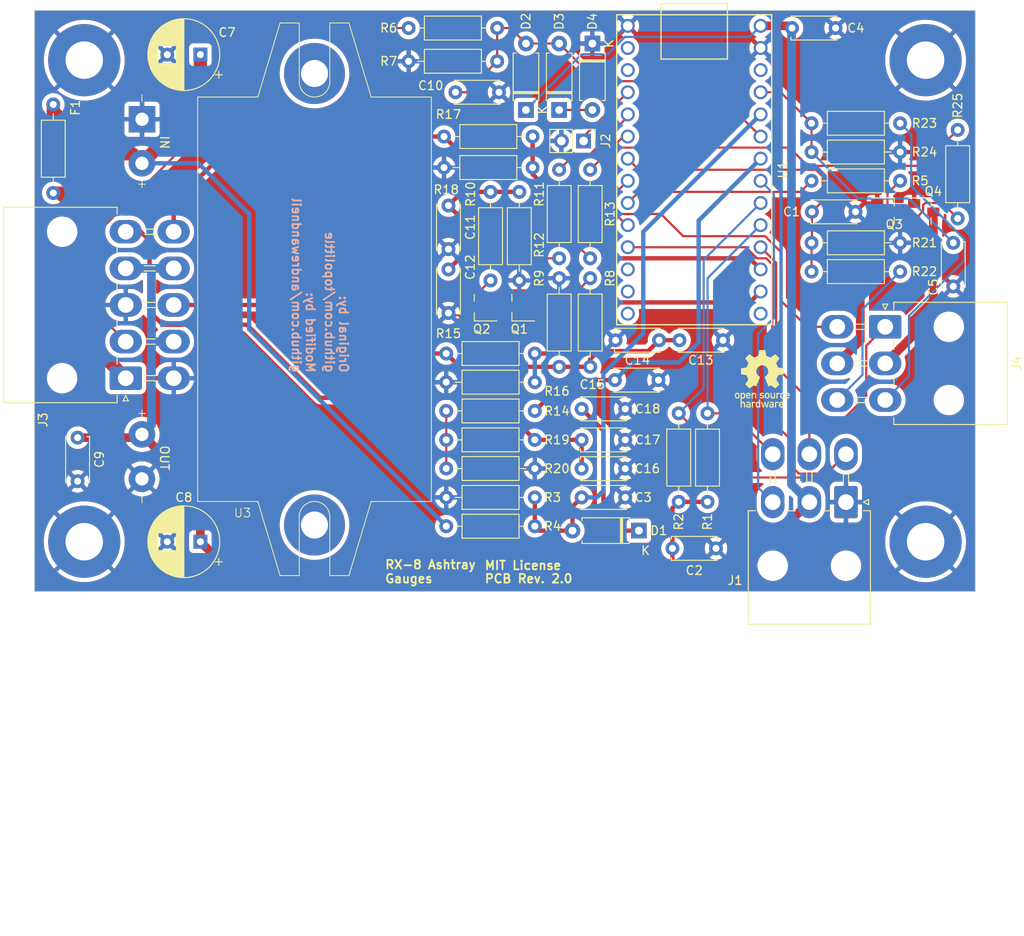
<source format=kicad_pcb>
(kicad_pcb (version 20240108) (generator "pcbnew") (generator_version "8.0")
  (layers (0 "F.Cu" signal) (31 "B.Cu" signal) (34 "B.Paste" user) (35 "F.Paste" user) (36 "B.SilkS" user "B.Silkscreen") (37 "F.SilkS" user "F.Silkscreen") (38 "B.Mask" user) (39 "F.Mask" user) (44 "Edge.Cuts" user))
  (net 0 "")
  (net 1 "GND")
  (net 2 "Net-(Q1-G)")
  (net 3 "Net-(Q1-D)")
  (net 4 "Net-(Q2-D)")
  (net 5 "Net-(J1-Pin_3)")
  (net 6 "Net-(J2-Pin_1)")
  (net 7 "OIL_T_SENSE")
  (net 8 "COOL_T_SENSE")
  (net 9 "Net-(Q2-G)")
  (net 10 "+5V")
  (net 11 "Net-(J1-Pin_6)")
  (net 12 "Net-(J1-Pin_4)")
  (net 13 "BATT_V_OUT")
  (net 14 "+12V")
  (net 15 "ILL")
  (net 16 "OIL_P_SENSE")
  (net 17 "Net-(D3-K)")
  (net 18 "12V")
  (net 19 "ILL_OUT")
  (net 20 "OIL_P_OUT")
  (net 21 "Net-(J1-Pin_5)")
  (net 22 "OIL_R_HL")
  (net 23 "COOL_R_HL")
  (net 24 "Net-(R14-Pad2)")
  (net 25 "OIL_T_OUT")
  (net 26 "COOL_T_OUT")
  (net 34 "BUZZER_OUT")
  (net 35 "WARN_LED_OUT")
  (net 36 "HALL_IN")
  (net 37 "Net-(Q3-G)")
  (net 38 "WARN_LED_CTRL")
  (net 39 "HALL_SIG_3.3")
  (net 40 "SPARE_1_OUT")
  (net 41 "SPARE_CONN_3")
  (net 42 "SPARE_CONN_2")
  (net 43 "SPARE_CONN_1")
  (net 44 "Net-(Q4-G)")
  (net 45 "SPARE_2_OUT")
  (footprint "Connector_Pin:Pin_D1.0mm_L10.0mm" (layer "F.Cu") (at 158.115 104.14)
    (property "Reference" "J7" (hide yes))
    (property "Value" "Conn_01x01" (hide yes))
  )
  (footprint "Resistor_THT:R_Axial_DIN0207_L6.3mm_D2.5mm_P10.16mm_Horizontal" (layer "F.Cu") (at 199.644 95.744)
    (property "Reference" "R20")
    (property "Value" "20K")
  )
  (footprint "Diode_THT:D_A-405_P7.62mm_Horizontal" (layer "F.Cu") (at 216.408 46.99 -90)
    (property "Reference" "D4")
    (property "Value" "1N4148")
  )
  (footprint "Capacitor_THT:C_Disc_D5.0mm_W2.5mm_P5.00mm" (layer "F.Cu") (at 226.394 81.026)
    (property "Reference" "C13")
    (property "Value" "1nF")
  )
  (footprint "Capacitor_THT:C_Disc_D5.0mm_W2.5mm_P5.00mm" (layer "F.Cu") (at 199.898 72.898 -90)
    (property "Reference" "C12")
    (property "Value" "1uF")
  )
  (footprint "Connector_Molex:Molex_Mini-Fit_Jr_5569-06A2_2x03_P4.20mm_Horizontal" (layer "F.Cu") (at 250.002 79.484 -90)
    (property "Reference" "J4")
    (property "Value" "To HID Devices")
  )
  (footprint "Capacitor_THT:C_Disc_D5.0mm_W2.5mm_P5.00mm" (layer "F.Cu") (at 239.308 45.212)
    (property "Reference" "C4")
    (property "Value" "1uF")
  )
  (footprint "Connector_Pin:Pin_D1.0mm_L10.0mm" (layer "F.Cu") (at 254.635 104.14)
    (property "Reference" "J6" (hide yes))
    (property "Value" "Conn_01x01" (hide yes))
  )
  (footprint "Capacitor_THT:C_Disc_D5.0mm_W2.5mm_P5.00mm" (layer "F.Cu") (at 215.178 88.9)
    (property "Reference" "C18")
    (property "Value" "1uF")
  )
  (footprint "Package_TO_SOT_SMD:SuperSOT-3" (layer "F.Cu") (at 203.708 77.216 180)
    (property "Reference" "Q2")
    (property "Value" "FDN337N")
  )
  (footprint "Capacitor_THT:C_Disc_D5.0mm_W2.5mm_P5.00mm" (layer "F.Cu") (at 215.178 92.456)
    (property "Reference" "C17")
    (property "Value" "0.47uF")
  )
  (footprint "Capacitor_THT:C_Disc_D5.0mm_W2.5mm_P5.00mm" (layer "F.Cu") (at 225.592 104.902)
    (property "Reference" "C2")
    (property "Value" "0.47uF")
  )
  (footprint "Resistor_THT:R_Axial_DIN0207_L6.3mm_D2.5mm_P10.16mm_Horizontal" (layer "F.Cu") (at 251.714 56.134 180)
    (property "Reference" "R23")
    (property "Value" "10K")
  )
  (footprint "Connector_Pin:Pin_D1.0mm_L10.0mm" (layer "F.Cu") (at 158.115 48.895)
    (property "Reference" "J5" (hide yes))
    (property "Value" "Conn_01x01" (hide yes))
  )
  (footprint "Resistor_THT:R_Axial_DIN0207_L6.3mm_D2.5mm_P10.16mm_Horizontal" (layer "F.Cu") (at 241.554 69.85)
    (property "Reference" "R21")
    (property "Value" "20K")
  )
  (footprint "Resistor_THT:R_Axial_DIN0207_L6.3mm_D2.5mm_P10.16mm_Horizontal" (layer "F.Cu") (at 241.554 62.738)
    (property "Reference" "R5")
    (property "Value" "100R")
  )
  (footprint "Resistor_THT:R_Axial_DIN0207_L6.3mm_D2.5mm_P10.16mm_Horizontal" (layer "F.Cu") (at 212.598 84.074 90)
    (property "Reference" "R9")
    (property "Value" "14.92K")
  )
  (footprint "Capacitor_THT:CP_Radial_D8.0mm_P3.80mm" (layer "F.Cu") (at 171.44 48.26 180)
    (property "Reference" "C7")
    (property "Value" "470uF/25V" (hide yes))
  )
  (footprint "Resistor_THT:R_Axial_DIN0207_L6.3mm_D2.5mm_P10.16mm_Horizontal" (layer "F.Cu") (at 208.026 64.008 -90)
    (property "Reference" "R11")
    (property "Value" "14.92K")
  )
  (footprint "Resistor_THT:R_Axial_DIN0207_L6.3mm_D2.5mm_P10.16mm_Horizontal" (layer "F.Cu") (at 154.559 53.975 -90)
    (property "Reference" "F1")
    (property "Value" "1A")
  )
  (footprint "Resistor_THT:R_Axial_DIN0207_L6.3mm_D2.5mm_P10.16mm_Horizontal" (layer "F.Cu") (at 209.804 82.55 180)
    (property "Reference" "R15")
    (property "Value" "10K")
  )
  (footprint "Connector_Molex:Molex_Mini-Fit_Jr_5569-10A2_2x05_P4.20mm_Horizontal" (layer "F.Cu") (at 162.875 85.38 90)
    (property "Reference" "J3")
    (property "Value" "PWR / Sensors in")
  )
  (footprint "Package_TO_SOT_SMD:SuperSOT-3" (layer "F.Cu") (at 208.026 77.216 180)
    (property "Reference" "Q1")
    (property "Value" "FDN337N")
  )
  (footprint "Converter_DCDC:CPT 7-12V to 5V DCDC Converter" (layer "F.Cu") (at 184.531 76.327)
    (property "Reference" "U3")
    (property "Value" "12V ->5V 3A")
  )
  (footprint "Package_TO_SOT_SMD:SuperSOT-3" (layer "F.Cu") (at 254.424 66.294)
    (property "Reference" "Q4")
    (property "Value" "FDN337N")
  )
  (footprint "Capacitor_THT:C_Disc_D5.0mm_W2.5mm_P5.00mm" (layer "F.Cu") (at 199.898 65.572 -90)
    (property "Reference" "C11")
    (property "Value" "1nF")
  )
  (footprint "Capacitor_THT:C_Disc_D5.0mm_W2.5mm_P5.00mm" (layer "F.Cu") (at 215.178 99.06)
    (property "Reference" "C3")
    (property "Value" "1uF")
  )
  (footprint "Connector_Molex:Molex_Mini-Fit_Jr_5569-06A2_2x03_P4.20mm_Horizontal" (layer "F.Cu") (at 245.5 99.595 180)
    (property "Reference" "J1")
    (property "Value" "To displays")
  )
  (footprint "Capacitor_THT:C_Disc_D5.0mm_W2.5mm_P5.00mm" (layer "F.Cu") (at 157.353 92.202 -90)
    (property "Reference" "C9")
    (property "Value" "1nF")
  )
  (footprint "Connector_Pin:Pin_D1.0mm_L10.0mm" (layer "F.Cu") (at 254.635 48.895)
    (property "Reference" "J8" (hide yes))
    (property "Value" "Conn_01x01" (hide yes))
  )
  (footprint "Capacitor_THT:C_Disc_D5.0mm_W2.5mm_P5.00mm" (layer "F.Cu") (at 218.988 85.598)
    (property "Reference" "C15")
    (property "Value" "1uF")
  )
  (footprint "Package_TO_SOT_SMD:SuperSOT-3" (layer "F.Cu") (at 250.19 66.294)
    (property "Reference" "Q3")
    (property "Value" "FDN337N")
  )
  (footprint "Resistor_THT:R_Axial_DIN0207_L6.3mm_D2.5mm_P10.16mm_Horizontal" (layer "F.Cu") (at 199.644 102.362)
    (property "Reference" "R4")
    (property "Value" "6.8K")
  )
  (footprint "Resistor_THT:R_Axial_DIN0207_L6.3mm_D2.5mm_P10.16mm_Horizontal" (layer "F.Cu") (at 241.554 59.436)
    (property "Reference" "R24")
    (property "Value" "20K")
  )
  (footprint "Capacitor_THT:C_Disc_D5.0mm_W2.5mm_P5.00mm" (layer "F.Cu") (at 215.178 95.758)
    (property "Reference" "C16")
    (property "Value" "1nF")
  )
  (footprint "Capacitor_THT:C_Disc_D5.0mm_W2.5mm_P5.00mm" (layer "F.Cu") (at 246.594 66.294 180)
    (property "Reference" "C1")
    (property "Value" "1uF")
  )
  (footprint "Teensy:Teensy40_Simplified" (layer "F.Cu") (at 228.092 61.468 -90)
    (property "Reference" "U1")
    (property "Value" "Teensy4.0")
  )
  (footprint "Capacitor_THT:C_Disc_D5.0mm_W2.5mm_P5.00mm" (layer "F.Cu") (at 257.81 74.85 90)
    (property "Reference" "C5")
    (property "Value" "1uF")
  )
  (footprint "Resistor_THT:R_Axial_DIN0207_L6.3mm_D2.5mm_P10.16mm_Horizontal" (layer "F.Cu") (at 251.714 73.152 180)
    (property "Reference" "R22")
    (property "Value" "10K")
  )
  (footprint "Resistor_THT:R_Axial_DIN0207_L6.3mm_D2.5mm_P10.16mm_Horizontal" (layer "F.Cu") (at 209.804 89.14 180)
    (property "Reference" "R14")
    (property "Value" "10R")
  )
  (footprint "Resistor_THT:R_Axial_DIN0207_L6.3mm_D2.5mm_P10.16mm_Horizontal" (layer "F.Cu") (at 216.154 84.074 90)
    (property "Reference" "R8")
    (property "Value" "1K")
  )
  (footprint "Resistor_THT:R_Axial_DIN0207_L6.3mm_D2.5mm_P10.16mm_Horizontal" (layer "F.Cu") (at 226.314 99.568 90)
    (property "Reference" "R2")
    (property "Value" "10K")
  )
  (footprint "Connector_PinHeader_2.54mm:PinHeader_1x02_P2.54mm_Vertical" (layer "F.Cu") (at 215.397 58.166 -90)
    (property "Reference" "J2")
    (property "Value" "C/F Selector")
  )
  (footprint "Diode_THT:D_A-405_P7.62mm_Horizontal" (layer "F.Cu") (at 221.742 102.87 180)
    (property "Reference" "D1")
    (property "Value" "1N4148")
  )
  (footprint "Resistor_THT:R_Axial_DIN0207_L6.3mm_D2.5mm_P10.16mm_Horizontal" (layer "F.Cu") (at 209.804 85.838 180)
    (property "Reference" "R16")
    (property "Value" "20K")
  )
  (footprint "Capacitor_THT:C_Disc_D5.0mm_W2.5mm_P5.00mm" (layer "F.Cu") (at 224.068 81.026 180)
    (property "Reference" "C14")
    (property "Value" "1uF")
  )
  (footprint "Resistor_THT:R_Axial_DIN0207_L6.3mm_D2.5mm_P10.16mm_Horizontal" (layer "F.Cu") (at 258.318 56.896 -90)
    (property "Reference" "R25")
    (property "Value" "100R")
  )
  (footprint "Resistor_THT:R_Axial_DIN0207_L6.3mm_D2.5mm_P10.16mm_Horizontal" (layer "F.Cu") (at 216.154 61.468 -90)
    (property "Reference" "R13")
    (property "Value" "100R")
  )
  (footprint "Capacitor_THT:CP_Radial_D8.0mm_P3.80mm" (layer "F.Cu") (at 171.44 104.14 180)
    (property "Reference" "C8")
    (property "Value" "470uF/25V" (hide yes))
  )
  (footprint "Diode_THT:D_A-405_P7.62mm_Horizontal" (layer "F.Cu") (at 212.598 54.61 90)
    (property "Reference" "D3")
    (property "Value" "1N4148")
  )
  (footprint "Resistor_THT:R_Axial_DIN0207_L6.3mm_D2.5mm_P10.16mm_Horizontal" (layer "F.Cu") (at 209.804 99.06 180)
    (property "Reference" "R3")
    (property "Value" "1.5K")
  )
  (footprint "Resistor_THT:R_Axial_DIN0207_L6.3mm_D2.5mm_P10.16mm_Horizontal" (layer "F.Cu") (at 212.598 61.468 -90)
    (property "Reference" "R12")
    (property "Value" "100R")
  )
  (footprint "Resistor_THT:R_Axial_DIN0207_L6.3mm_D2.5mm_P10.16mm_Horizontal" (layer "F.Cu") (at 209.55 61.214 180)
    (property "Reference" "R18")
    (property "Value" "20K")
  )
  (footprint "Resistor_THT:R_Axial_DIN0207_L6.3mm_D2.5mm_P10.16mm_Horizontal" (layer "F.Cu") (at 205.486 49.022 180)
    (property "Reference" "R7")
    (property "Value" "4.7K")
  )
  (footprint "Resistor_THT:R_Axial_DIN0207_L6.3mm_D2.5mm_P10.16mm_Horizontal" (layer "F.Cu") (at 205.486 45.212 180)
    (property "Reference" "R6")
    (property "Value" "18K")
  )
  (footprint "Resistor_THT:R_Axial_DIN0207_L6.3mm_D2.5mm_P10.16mm_Horizontal" (layer "F.Cu") (at 209.55 57.658 180)
    (property "Reference" "R17")
    (property "Value" "10K")
  )
  (footprint "Resistor_THT:R_Axial_DIN0207_L6.3mm_D2.5mm_P10.16mm_Horizontal" (layer "F.Cu") (at 204.724 64.008 -90)
    (property "Reference" "R10")
    (property "Value" "1K")
  )
  (footprint "Resistor_THT:R_Axial_DIN0207_L6.3mm_D2.5mm_P10.16mm_Horizontal" (layer "F.Cu") (at 199.644 92.456)
    (property "Reference" "R19")
    (property "Value" "10K")
  )
  (footprint "Capacitor_THT:C_Disc_D5.0mm_W2.5mm_P5.00mm" (layer "F.Cu") (at 200.7 52.578)
    (property "Reference" "C10")
    (property "Value" "0.47uF")
  )
  (footprint "Diode_THT:D_A-405_P7.62mm_Horizontal" (layer "F.Cu") (at 208.788 54.61 90)
    (property "Reference" "D2")
    (property "Value" "1N4148")
  )
  (footprint "Resistor_THT:R_Axial_DIN0207_L6.3mm_D2.5mm_P10.16mm_Horizontal" (layer "F.Cu") (at 229.616 99.568 90)
    (property "Reference" "R1")
    (property "Value" "10K")
  )
  (gr_poly (pts (xy 237.66685 88.08672) (xy 237.676482 88.087389) (xy 237.685918 88.08849) (xy 237.695165 88.090011) (xy 237.704231 88.091942) (xy 237.713124 88.094271) (xy 237.72185 88.096986) (xy 237.730418 88.100077) (xy 237.738834 88.103531) (xy 237.747107 88.107338) (xy 237.755243 88.111487) (xy 237.76325 88.115965) (xy 237.771136 88.120761) (xy 237.778908 88.125865) (xy 237.786574 88.131265) (xy 237.79414 88.136949) (xy 237.698395 88.25079) (xy 237.692679 88.246581) (xy 237.687144 88.242699) (xy 237.681761 88.239137) (xy 237.6765 88.235886) (xy 237.671329 88.23294) (xy 237.666218 88.23029) (xy 237.661137 88.227929) (xy 237.656056 88.225849) (xy 237.650943 88.224042) (xy 237.645769 88.222501) (xy 237.640503 88.221219) (xy 237.635114 88.220186) (xy 237.629572 88.219397) (xy 237.623847 88.218842) (xy 237.617908 88.218515) (xy 237.611724 88.218408) (xy 237.599621 88.218897) (xy 237.587642 88.220376) (xy 237.575876 88.222864) (xy 237.564415 88.22638) (xy 237.558826 88.228529) (xy 237.553349 88.230942) (xy 237.547992 88.233621) (xy 237.542769 88.236569) (xy 237.537689 88.239788) (xy 237.532766 88.24328) (xy 237.528009 88.247048) (xy 237.52343 88.251094) (xy 237.519041 88.25542) (xy 237.514853 88.260029) (xy 237.510877 88.264922) (xy 237.507125 88.270103) (xy 237.503608 88.275573) (xy 237.500337 88.281336) (xy 237.497324 88.287393) (xy 237.49458 88.293746) (xy 237.492116 88.300399) (xy 237.489944 88.307352) (xy 237.488075 88.31461) (xy 237.48652 88.322173) (xy 237.485291 88.330045) (xy 237.484399 88.338227) (xy 237.483856 88.346722) (xy 237.483672 88.355533) (xy 237.483672 88.750116) (xy 237.351759 88.750116) (xy 237.351759 88.094289) (xy 237.483672 88.094289) (xy 237.483672 88.164118) (xy 237.486303 88.164118) (xy 237.494272 88.154725) (xy 237.502655 88.145937) (xy 237.511439 88.137754) (xy 237.520614 88.130175) (xy 237.530168 88.123202) (xy 237.54009 88.116835) (xy 237.550368 88.111073) (xy 237.560991 88.105916) (xy 237.571947 88.101366) (xy 237.583225 88.097422) (xy 237.594813 88.094084) (xy 237.606701 88.091352) (xy 237.618876 88.089227) (xy 237.631328 88.08771) (xy 237.644045 88.086799) (xy 237.657015 88.086495)) (stroke (width -0.000001)) (fill solid) (layer "F.SilkS"))
  (gr_poly (pts (xy 236.005093 88.553488) (xy 236.007675 88.553488) (xy 236.15643 88.094289) (xy 236.25215 88.094289) (xy 236.400905 88.553488) (xy 236.403561 88.553488) (xy 236.528958 88.094289) (xy 236.668714 88.094289) (xy 236.459203 88.750116) (xy 236.342706 88.750116) (xy 236.205605 88.290868) (xy 236.202999 88.290868) (xy 236.065874 88.750116) (xy 235.949476 88.750116) (xy 235.73994 88.094289) (xy 235.879598 88.094289)) (stroke (width -0.000001)) (fill solid) (layer "F.SilkS"))
  (gr_poly (pts (xy 235.015429 88.08672) (xy 235.025069 88.087389) (xy 235.034512 88.08849) (xy 235.043763 88.090011) (xy 235.05283 88.091942) (xy 235.061723 88.094271) (xy 235.070447 88.096986) (xy 235.079012 88.100077) (xy 235.087425 88.103531) (xy 235.095693 88.107338) (xy 235.103825 88.111487) (xy 235.111827 88.115965) (xy 235.119709 88.120761) (xy 235.127478 88.125865) (xy 235.135141 88.131265) (xy 235.142706 88.136949) (xy 235.047011 88.25079) (xy 235.04129 88.246581) (xy 235.035751 88.242699) (xy 235.030364 88.239137) (xy 235.025098 88.235886) (xy 235.019924 88.23294) (xy 235.01481 88.23029) (xy 235.009727 88.227929) (xy 235.004644 88.225849) (xy 234.99953 88.224042) (xy 234.994357 88.222501) (xy 234.989092 88.221219) (xy 234.983705 88.220186) (xy 234.978168 88.219397) (xy 234.972448 88.218842) (xy 234.966515 88.218515) (xy 234.96034 88.218408) (xy 234.948241 88.218897) (xy 234.936262 88.220376) (xy 234.924496 88.222864) (xy 234.913033 88.22638) (xy 234.907443 88.228529) (xy 234.901964 88.230942) (xy 234.896605 88.233621) (xy 234.891379 88.236569) (xy 234.886298 88.239788) (xy 234.881371 88.24328) (xy 234.876612 88.247048) (xy 234.87203 88.251094) (xy 234.867638 88.25542) (xy 234.863447 88.260029) (xy 234.859469 88.264922) (xy 234.855713 88.270103) (xy 234.852193 88.275573) (xy 234.84892 88.281336) (xy 234.845904 88.287393) (xy 234.843157 88.293746) (xy 234.840691 88.300399) (xy 234.838517 88.307352) (xy 234.836646 88.31461) (xy 234.835089 88.322173) (xy 234.833859 88.330045) (xy 234.832966 88.338227) (xy 234.832422 88.346722) (xy 234.832238 88.355533) (xy 234.832238 88.750116) (xy 234.700301 88.750116) (xy 234.700301 88.094289) (xy 234.832238 88.094289) (xy 234.832238 88.164118) (xy 234.83482 88.164118) (xy 234.84279 88.154725) (xy 234.851174 88.145937) (xy 234.859961 88.137754) (xy 234.869139 88.130175) (xy 234.878697 88.123202) (xy 234.888623 88.116835) (xy 234.898905 88.111073) (xy 234.909532 88.105916) (xy 234.920493 88.101366) (xy 234.931776 88.097422) (xy 234.943368 88.094084) (xy 234.95526 88.091352) (xy 234.967438 88.089227) (xy 234.979892 88.08771) (xy 234.99261 88.086799) (xy 235.005581 88.086495)) (stroke (width -0.000001)) (fill solid) (layer "F.SilkS"))
  (gr_poly (pts (xy 238.080486 88.086784) (xy 238.093874 88.087718) (xy 238.107109 88.089264) (xy 238.120172 88.091415) (xy 238.133044 88.094161) (xy 238.145704 88.097495) (xy 238.158134 88.101408) (xy 238.170315 88.105892) (xy 238.182226 88.110939) (xy 238.193848 88.11654) (xy 238.205163 88.122687) (xy 238.21615 88.129372) (xy 238.22679 88.136587) (xy 238.237065 88.144323) (xy 238.246953 88.152571) (xy 238.256437 88.161325) (xy 238.265496 88.170575) (xy 238.274111 88.180313) (xy 238.282263 88.190531) (xy 238.289932 88.20122) (xy 238.2971 88.212373) (xy 238.303746 88.22398) (xy 238.309851 88.236034) (xy 238.315396 88.248527) (xy 238.320361 88.26145) (xy 238.324727 88.274794) (xy 238.328474 88.288552) (xy 238.331584 88.302715) (xy 238.334037 88.317275) (xy 238.335812 88.332224) (xy 238.336892 88.347553) (xy 238.337256 88.363254) (xy 238.337256 88.472005) (xy 237.928561 88.472005) (xy 237.928753 88.481911) (xy 237.929323 88.491507) (xy 237.930265 88.500792) (xy 237.931571 88.509766) (xy 237.933233 88.518429) (xy 237.935243 88.52678) (xy 237.937595 88.534819) (xy 237.94028 88.542546) (xy 237.94329 88.549961) (xy 237.946619 88.557063) (xy 237.950259 88.563852) (xy 237.954202 88.570328) (xy 237.958441 88.57649) (xy 237.962968 88.582339) (xy 237.967775 88.587874) (xy 237.972855 88.593095) (xy 237.978201 88.598002) (xy 237.983804 88.602593) (xy 237.989657 88.60687) (xy 237.995754 88.610832) (xy 238.002085 88.614478) (xy 238.008644 88.617808) (xy 238.015423 88.620823) (xy 238.022414 88.623521) (xy 238.029611 88.625903) (xy 238.037004 88.627968) (xy 238.044587 88.629716) (xy 238.052353 88.631147) (xy 238.060293 88.63226) (xy 238.0684 88.633056) (xy 238.076667 88.633533) (xy 238.085085 88.633692) (xy 238.094569 88.633421) (xy 238.104117 88.632614) (xy 238.113702 88.631281) (xy 238.123295 88.62943) (xy 238.132866 88.627072) (xy 238.142389 88.624214) (xy 238.151834 88.620867) (xy 238.161172 88.617041) (xy 238.170375 88.612743) (xy 238.179416 88.607984) (xy 238.188264 88.602772) (xy 238.196892 88.597118) (xy 238.205271 88.59103) (xy 238.213372 88.584517) (xy 238.221167 88.57759) (xy 238.228628 88.570257) (xy 238.324372 88.65179) (xy 238.31202 88.665343) (xy 238.299236 88.677885) (xy 238.286043 88.689435) (xy 238.272464 88.700011) (xy 238.258522 88.709632) (xy 238.244239 88.718317) (xy 238.229638 88.726086) (xy 238.214742 88.732956) (xy 238.199574 88.738948) (xy 238.184155 88.744079) (xy 238.168509 88.748369) (xy 238.152659 88.751836) (xy 238.136627 88.7545) (xy 238.120436 88.756379) (xy 238.104108 88.757493) (xy 238.087667 88.75786) (xy 238.062222 88.757068) (xy 238.036524 88.754554) (xy 238.010836 88.750114) (xy 237.985417 88.743544) (xy 237.960529 88.734639) (xy 237.948367 88.729247) (xy 237.936435 88.723194) (xy 237.924767 88.716455) (xy 237.913395 88.709005) (xy 237.902351 88.700818) (xy 237.89167 88.691867) (xy 237.881383 88.682129) (xy 237.871522 88.671576) (xy 237.862121 88.660184) (xy 237.853213 88.647927) (xy 237.844829 88.634779) (xy 237.837003 88.620715) (xy 237.829767 88.60571) (xy 237.823154 88.589737) (xy 237.817197 88.572771) (xy 237.811928 88.554786) (xy 237.80738 88.535758) (xy 237.803586 88.515659) (xy 237.800578 88.494466) (xy 237.798389 88.472152) (xy 237.797052 88.448691) (xy 237.796599 88.424059) (xy 237.797014 88.400671) (xy 237.798242 88.378274) (xy 237.799647 88.363303) (xy 237.928561 88.363303) (xy 238.205368 88.363303) (xy 238.204854 88.354102) (xy 238.204035 88.345174) (xy 238.202916 88.336522) (xy 238.201504 88.328145) (xy 238.199804 88.320046) (xy 238.197823 88.312226) (xy 238.195567 88.304685) (xy 238.193041 88.297425) (xy 238.190251 88.290448) (xy 238.187203 88.283753) (xy 238.183903 88.277344) (xy 238.180358 88.27122) (xy 238.176573 88.265383) (xy 238.172554 88.259835) (xy 238.168306 88.254576) (xy 238.163837 88.249607) (xy 238.159151 88.24493) (xy 238.154256 88.240547) (xy 238.149155 88.236457) (xy 238.143857 88.232663) (xy 238.138366 88.229166) (xy 238.132689 88.225966) (xy 238.126831 88.223065) (xy 238.120798 88.220465) (xy 238.114597 88.218166) (xy 238.108233 88.21617) (xy 238.101712 88.214477) (xy 238.095041 88.21309) (xy 238.088224 88.212009) (xy 238.081269 88.211235) (xy 238.07418 88.21077) (xy 238.066965 88.210614) (xy 238.059745 88.21077) (xy 238.052646 88.211235) (xy 238.045674 88.212009) (xy 238.038836 88.21309) (xy 238.032138 88.214477) (xy 238.025587 88.21617) (xy 238.019189 88.218166) (xy 238.012951 88.220465) (xy 238.00688 88.223065) (xy 238.000983 88.225966) (xy 237.995266 88.229166) (xy 237.989735 88.232663) (xy 237.984398 88.236457) (xy 237.979261 88.240547) (xy 237.97433 88.24493) (xy 237.969613 88.249607) (xy 237.965115 88.254576) (xy 237.960845 88.259835) (xy 237.956807 88.265383) (xy 237.953009 88.27122) (xy 237.949458 88.277344) (xy 237.94616 88.283753) (xy 237.943121 88.290448) (xy 237.940349 88.297425) (xy 237.93785 88.304685) (xy 237.935631 88.312226) (xy 237.933698 88.320046) (xy 237.932058 88.328145) (xy 237.930718 88.336522) (xy 237.929684 88.345174) (xy 237.928962 88.354102) (xy 237.928561 88.363303) (xy 237.799647 88.363303) (xy 237.800252 88.356853) (xy 237.803015 88.33639) (xy 237.806502 88.316871) (xy 237.810684 88.298278) (xy 237.81553 88.280595) (xy 237.821012 88.263806) (xy 237.827101 88.247895) (xy 237.833766 88.232844) (xy 237.840979 88.218638) (xy 237.848711 88.20526) (xy 237.856931 88.192694) (xy 237.865611 88.180924) (xy 237.874721 88.169933) (xy 237.884232 88.159705) (xy 237.894114 88.150224) (xy 237.904339 88.141473) (xy 237.914876 88.133435) (xy 237.925697 88.126096) (xy 237.936772 88.119437) (xy 237.948071 88.113443) (xy 237.959566 88.108098) (xy 237.971227 88.103384) (xy 237.983024 88.099287) (xy 237.994929 88.095789) (xy 238.006911 88.092874) (xy 238.018942 88.090525) (xy 238.043032 88.087463) (xy 238.066965 88.086471)) (stroke (width -0.000001)) (fill solid) (layer "F.SilkS"))
  (gr_poly (pts (xy 236.963529 88.08717) (xy 236.99197 88.089172) (xy 237.019051 88.092603) (xy 237.032053 88.094878) (xy 237.044682 88.09754) (xy 237.056927 88.100598) (xy 237.068776 88.104062) (xy 237.080218 88.107942) (xy 237.091243 88.112246) (xy 237.101838 88.116986) (xy 237.111993 88.122169) (xy 237.121696 88.127808) (xy 237.130937 88.13391) (xy 237.139705 88.140485) (xy 237.147987 88.147544) (xy 237.155774 88.155096) (xy 237.163053 88.163151) (xy 237.169814 88.171718) (xy 237.176046 88.180808) (xy 237.181737 88.190429) (xy 237.186876 88.200591) (xy 237.191452 88.211305) (xy 237.195455 88.222579) (xy 237.198872 88.234424) (xy 237.201693 88.24685) (xy 237.203906 88.259865) (xy 237.205501 88.27348) (xy 237.206466 88.287704) (xy 237.20679 88.302547) (xy 237.20679 88.750116) (xy 237.074828 88.750116) (xy 237.074829 88.750141) (xy 237.07478 88.750141) (xy 237.07478 88.691917) (xy 237.072222 88.691917) (xy 237.066909 88.70013) (xy 237.061133 88.707771) (xy 237.054856 88.714846) (xy 237.04804 88.72136) (xy 237.040648 88.72732) (xy 237.032642 88.73273) (xy 237.023983 88.737598) (xy 237.014635 88.741928) (xy 237.004559 88.745728) (xy 236.993718 88.749001) (xy 236.982074 88.751755) (xy 236.969589 88.753995) (xy 236.956226 88.755728) (xy 236.941945 88.756958) (xy 236.926711 88.757692) (xy 236.910485 88.757935) (xy 236.89696 88.757683) (xy 236.883795 88.756933) (xy 236.870996 88.755698) (xy 236.858567 88.753987) (xy 236.846512 88.751812) (xy 236.834835 88.749184) (xy 236.823541 88.746113) (xy 236.812636 88.74261) (xy 236.802122 88.738686) (xy 236.792005 88.734353) (xy 236.782289 88.729621) (xy 236.772979 88.7245) (xy 236.764079 88.719003) (xy 236.755594 88.713139) (xy 236.747529 88.70692) (xy 236.739886 88.700357) (xy 236.732673 88.69346) (xy 236.725891 88.68624) (xy 236.719548 88.678709) (xy 236.713646 88.670877) (xy 236.70819 88.662755) (xy 236.703185 88.654354) (xy 236.698635 88.645685) (xy 236.694545 88.636758) (xy 236.690919 88.627586) (xy 236.687762 88.618178) (xy 236.685079 88.608545) (xy 236.682873 88.598699) (xy 236.68115 88.588651) (xy 236.679913 88.57841) (xy 236.679168 88.567989) (xy 236.678918 88.557398) (xy 236.679059 88.550907) (xy 236.803184 88.550907) (xy 236.803598 88.559077) (xy 236.80486 88.567078) (xy 236.806997 88.57486) (xy 236.810038 88.582374) (xy 236.811907 88.586016) (xy 236.814012 88.589571) (xy 236.816357 88.593035) (xy 236.818946 88.596402) (xy 236.821782 88.599664) (xy 236.824869 88.602816) (xy 236.828211 88.605851) (xy 236.83181 88.608764) (xy 236.835671 88.611549) (xy 236.839797 88.614198) (xy 236.844192 88.616706) (xy 236.848859 88.619067) (xy 236.853801 88.621275) (xy 236.859023 88.623323) (xy 236.864527 88.625205) (xy 236.870318 88.626916) (xy 236.882772 88.629796) (xy 236.896415 88.631914) (xy 236.911273 88.633222) (xy 236.927377 88.633668) (xy 236.947149 88.633513) (xy 236.965275 88.63297) (xy 236.981806 88.631923) (xy 236.996793 88.630258) (xy 237.003724 88.629156) (xy 237.010288 88.627857) (xy 237.016491 88.626344) (xy 237.022341 88.624605) (xy 237.027843 88.622624) (xy 237.033003 88.620387) (xy 237.037829 88.617879) (xy 237.042327 88.615086) (xy 237.046502 88.611994) (xy 237.050362 88.608588) (xy 237.053912 88.604853) (xy 237.057159 88.600775) (xy 237.06011 88.59634) (xy 237.062771 88.591533) (xy 237.065148 88.58634) (xy 237.067248 88.580746) (xy 237.069077 88.574736) (xy 237.070641 88.568297) (xy 237.071947 88.561414) (xy 237.073001 88.554072) (xy 237.07381 88.546257) (xy 237.07438 88.537954) (xy 237.074717 88.529149) (xy 237.074828 88.519828) (xy 237.074829 88.519828) (xy 237.074829 88.471931) (xy 236.917025 88.471931) (xy 236.909869 88.472021) (xy 236.902955 88.472292) (xy 236.896281 88.472738) (xy 236.889847 88.47336) (xy 236.883652 88.474153) (xy 236.877695 88.475115) (xy 236.871975 88.476243) (xy 236.86649 88.477535) (xy 236.861241 88.478989) (xy 236.856226 88.480601) (xy 236.851444 88.482369) (xy 236.846894 88.48429) (xy 236.842575 88.486362) (xy 236.838486 88.488583) (xy 236.834627 88.490949) (xy 236.830996 88.493457) (xy 236.827593 88.496107) (xy 236.824416 88.498893) (xy 236.821464 88.501815) (xy 236.818737 88.50487) (xy 236.816234 88.508054) (xy 236.813953 88.511366) (xy 236.811894 88.514802) (xy 236.810056 88.51836) (xy 236.808438 88.522038) (xy 236.807038 88.525832) (xy 236.805857 88.529741) (xy 236.804892 88.533762) (xy 236.804144 88.537891) (xy 236.80361 88.542127) (xy 236.803291 88.546466) (xy 236.803184 88.550907) (xy 236.679059 88.550907) (xy 236.679131 88.547623) (xy 236.679767 88.537953) (xy 236.680827 88.5284) (xy 236.682309 88.518979) (xy 236.684213 88.509702) (xy 236.686539 88.500584) (xy 236.689285 88.491637) (xy 236.69245 88.482875) (xy 236.696034 88.474313) (xy 236.700037 88.465962) (xy 236.704456 88.457837) (xy 236.709293 88.449952) (xy 236.714545 88.44232) (xy 236.720213 88.434954) (xy 236.726294 88.427868) (xy 236.73279 88.421075) (xy 236.739698 88.414589) (xy 236.747019 88.408424) (xy 236.754751 88.402592) (xy 236.762893 88.397108) (xy 236.771446 88.391986) (xy 236.780408 88.387237) (xy 236.789778 88.382877) (xy 236.799555 88.378918) (xy 236.80974 88.375375) (xy 236.820331 88.37226) (xy 236.831327 88.369587) (xy 236.842728 88.36737) (xy 236.854533 88.365622) (xy 236.866741 88.364356) (xy 236.879352 88.363587) (xy 236.892364 88.363328) (xy 237.07478 88.363328) (xy 237.07478 88.294777) (xy 237.074306 88.283605) (xy 237.073711 88.278363) (xy 237.072872 88.273344) (xy 237.071788 88.268547) (xy 237.070456 88.263968) (xy 237.068874 88.259603) (xy 237.067038 88.255449) (xy 237.064946 88.251504) (xy 237.062596 88.247763) (xy 237.059984 88.244224) (xy 237.057109 88.240883) (xy 237.053968 88.237737) (xy 237.050558 88.234783) (xy 237.046876 88.232017) (xy 237.04292 88.229436) (xy 237.038687 88.227037) (xy 237.034175 88.224816) (xy 237.024303 88.220897) (xy 237.013281 88.217654) (xy 237.00109 88.215058) (xy 236.987709 88.213085) (xy 236.973116 88.211709) (xy 236.95729 88.210902) (xy 236.940211 88.210639) (xy 236.927776 88.210794) (xy 236.916152 88.211271) (xy 236.905297 88.212086) (xy 236.895172 88.213257) (xy 236.890371 88.213981) (xy 236.885738 88.2148) (xy 236.881267 88.215717) (xy 236.876954 88.216733) (xy 236.872793 88.21785) (xy 236.86878 88.219071) (xy 236.86491 88.220398) (xy 236.861177 88.221832) (xy 236.857577 88.223376) (xy 236.854104 88.225033) (xy 236.850754 88.226803) (xy 236.847522 88.22869) (xy 236.844402 88.230695) (xy 236.84139 88.232821) (xy 236.838481 88.235069) (xy 236.835669 88.237442) (xy 236.83295 88.239942) (xy 236.830319 88.24257) (xy 236.82777 88.24533) (xy 236.825299 88.248222) (xy 236.822901 88.25125) (xy 236.820571 88.254415) (xy 236.818303 88.25772) (xy 236.816093 88.261166) (xy 236.712579 88.182265) (xy 236.722298 88.169666) (xy 236.73254 88.158074) (xy 236.743309 88.147462) (xy 236.754612 88.137804) (xy 236.766454 88.129072) (xy 236.778839 88.121241) (xy 236.791775 88.114282) (xy 236.805265 88.10817) (xy 236.819315 88.102877) (xy 236.833932 88.098376) (xy 236.84912 88.094642) (xy 236.864884 88.091647) (xy 236.881231 88.089364) (xy 236.898165 88.087766) (xy 236.915692 88.086827) (xy 236.933818 88.08652)) (stroke (width -0.000001)) (fill solid) (layer "F.SilkS"))
  (gr_poly (pts (xy 236.213959 82.146819) (xy 236.21535 82.146922) (xy 236.216733 82.147092) (xy 236.218108 82.147327) (xy 236.219471 82.147626) (xy 236.220822 82.147986) (xy 236.222157 82.148406) (xy 236.223476 82.148885) (xy 236.224775 82.14942) (xy 236.226052 82.150009) (xy 236.227307 82.150652) (xy 236.228536 82.151347) (xy 236.229737 82.152091) (xy 236.230909 82.152884) (xy 236.23205 82.153723) (xy 236.233156 82.154606) (xy 236.234227 82.155533) (xy 236.23526 82.156501) (xy 236.236254 82.157508) (xy 236.237205 82.158553) (xy 236.238112 82.159635) (xy 236.238974 82.160751) (xy 236.239787 82.1619) (xy 236.24055 82.16308) (xy 236.241261 82.16429) (xy 236.241918 82.165527) (xy 236.242518 82.16679) (xy 236.24306 82.168078) (xy 236.243541 82.169388) (xy 236.24396 82.170719) (xy 236.244314 82.172069) (xy 236.244602 82.173437) (xy 236.360213 82.794497) (xy 236.360505 82.795873) (xy 236.36086 82.797255) (xy 236.361749 82.800022) (xy 236.362865 82.80278) (xy 236.364192 82.805512) (xy 236.365713 82.808198) (xy 236.367415 82.810822) (xy 236.369281 82.813364) (xy 236.371296 82.815808) (xy 236.373444 82.818135) (xy 236.375709 82.820326) (xy 236.378076 82.822365) (xy 236.38053 82.824232) (xy 236.383055 82.825911) (xy 236.385635 82.827382) (xy 236.38694 82.828035) (xy 236.388254 82.828629) (xy 236.389574 82.829162) (xy 236.390898 82.829632) (xy 236.807167 83.000025) (xy 236.809752 83.001166) (xy 236.812493 83.002119) (xy 236.815367 83.002886) (xy 236.818348 83.003468) (xy 236.821414 83.003868) (xy 236.82454 83.004086) (xy 236.827702 83.004125) (xy 236.830876 83.003986) (xy 236.834037 83.003672) (xy 236.837163 83.003182) (xy 236.840228 83.002521) (xy 236.843209 83.001688) (xy 236.846082 83.000686) (xy 236.848822 82.999516) (xy 236.851406 82.998181) (xy 236.85381 82.996681) (xy 237.372658 82.640602) (xy 237.373827 82.639842) (xy 237.37503 82.63914) (xy 237.376264 82.638497) (xy 237.377529 82.637913) (xy 237.378819 82.637388) (xy 237.380134 82.636921) (xy 237.38147 82.636512) (xy 237.382825 82.636161) (xy 237.384196 82.635867) (xy 237.38558 82.63563) (xy 237.388379 82.635329) (xy 237.3912 82.635253) (xy 237.394022 82.635402) (xy 237.396824 82.635774) (xy 237.399586 82.636365) (xy 237.402285 82.637176) (xy 237.403605 82.637662) (xy 237.404901 82.638203) (xy 237.406171 82.638797) (xy 237.407413 82.639445) (xy 237.408623 82.640145) (xy 237.4098 82.640899) (xy 237.41094 82.641705) (xy 237.41204 82.642564) (xy 237.413099 82.643475) (xy 237.414113 82.644438) (xy 237.851085 83.081385) (xy 237.852047 83.082399) (xy 237.852958 83.083459) (xy 237.853816 83.08456) (xy 237.854621 83.085701) (xy 237.855373 83.086878) (xy 237.856072 83.08809) (xy 237.85731 83.090605) (xy 237.858332 83.093224) (xy 237.859138 83.095927) (xy 237.859725 83.098692) (xy 237.860093 83.101498) (xy 237.860239 83.104323) (xy 237.860162 83.107147) (xy 237.85986 83.109948) (xy 237.859331 83.112704) (xy 237.858575 83.115396) (xy 237.85811 83.11671) (xy 237.857588 83.118) (xy 237.857009 83.119263) (xy 237.856371 83.120497) (xy 237.855675 83.121698) (xy 237.85492 83.122864) (xy 237.505087 83.632812) (xy 237.503581 83.635222) (xy 237.502244 83.637806) (xy 237.501077 83.640542) (xy 237.500083 83.643406) (xy 237.499263 83.646374) (xy 237.498617 83.649424) (xy 237.498149 83.652531) (xy 237.497859 83.655673) (xy 237.497748 83.658825) (xy 237.497819 83.661965) (xy 237.498073 83.66507) (xy 237.498511 83.668115) (xy 237.499135 83.671077) (xy 237.499946 83.673933) (xy 237.500946 83.67666) (xy 237.502137 83.679234) (xy 237.6862 84.108632) (xy 237.687253 84.111268) (xy 237.688548 84.11388) (xy 237.690065 84.116453) (xy 237.691786 84.118971) (xy 237.693694 84.121419) (xy 237.69577 84.123781) (xy 237.697996 84.126041) (xy 237.700353 84.128183) (xy 237.702824 84.130191) (xy 237.705389 84.132051) (xy 237.708031 84.133746) (xy 237.710732 84.13526) (xy 237.713473 84.136577) (xy 237.716235 84.137683) (xy 237.719002 84.138561) (xy 237.721754 84.139195) (xy 238.322209 84.250872) (xy 238.322233 84.250897) (xy 238.323594 84.251191) (xy 238.324939 84.251551) (xy 238.326264 84.251975) (xy 238.327569 84.252461) (xy 238.328852 84.253007) (xy 238.330111 84.253611) (xy 238.331345 84.25427) (xy 238.332551 84.254984) (xy 238.334874 84.256564) (xy 238.337066 84.258336) (xy 238.339115 84.260283) (xy 238.341006 84.262388) (xy 238.342725 84.264636) (xy 238.344258 84.267011) (xy 238.345592 84.269496) (xy 238.34618 84.270774) (xy 238.346713 84.272075) (xy 238.347189 84.273394) (xy 238.347607 84.274731) (xy 238.347964 84.276084) (xy 238.34826 84.27745) (xy 238.348492 84.278827) (xy 238.348658 84.280214) (xy 238.348757 84.281608) (xy 238.348788 84.283008) (xy 238.348714 84.900994) (xy 238.348679 84.902389) (xy 238.348575 84.90378) (xy 238.348405 84.905165) (xy 238.348169 84.906541) (xy 238.347869 84.907906) (xy 238.347508 84.909258) (xy 238.347087 84.910596) (xy 238.346607 84.911916) (xy 238.346071 84.913218) (xy 238.345479 84.914498) (xy 238.344835 84.915755) (xy 238.344139 84.916986) (xy 238.343394 84.91819) (xy 238.3426 84.919365) (xy 238.341761 84.920508) (xy 238.340876 84.921617) (xy 238.339949 84.92269) (xy 238.338981 84.923725) (xy 238.337974 84.92472) (xy 238.336929 84.925673) (xy 238.335848 84.926582) (xy 238.334733 84.927444) (xy 238.333586 84.928258) (xy 238.332408 84.929022) (xy 238.331201 84.929732) (xy 238.329966 84.930388) (xy 238.328706 84.930987) (xy 238.327423 84.931527) (xy 238.326117 84.932006) (xy 238.324791 84.932422) (xy 238.323447 84.932773) (xy 238.322085 84.933056) (xy 237.736383 85.042053) (xy 237.735005 85.042337) (xy 237.733624 85.042685) (xy 237.732242 85.043094) (xy 237.730861 85.043564) (xy 237.728112 85.044674) (xy 237.725395 85.045999) (xy 237.722727 85.047524) (xy 237.720126 85.049232) (xy 237.71761 85.051107) (xy 237.715195 85.053133) (xy 237.712899 85.055294) (xy 237.710741 85.057575) (xy 237.708736 85.059958) (xy 237.706904 85.062429) (xy 237.70526 85.064971) (xy 237.703824 85.067567) (xy 237.702611 85.070203) (xy 237.702095 85.07153) (xy 237.701641 85.072862) (xy 237.518783 85.529626) (xy 237.517656 85.532223) (xy 237.516715 85.534973) (xy 237.515961 85.537853) (xy 237.51539 85.540838) (xy 237.515 85.543906) (xy 237.514792 85.547031) (xy 237.514761 85.550192) (xy 237.514907 85.553362) (xy 237.515228 85.55652) (xy 237.515723 85.559642) (xy 237.516388 85.562702) (xy 237.517224 85.565679) (xy 237.518227 85.568548) (xy 237.519396 85.571285) (xy 237.520729 85.573866) (xy 237.522225 85.576269) (xy 237.854896 86.061039) (xy 237.855659 86.06221) (xy 237.856363 86.063416) (xy 237.857007 86.064653) (xy 237.857593 86.065921) (xy 237.85812 86.067215) (xy 237.858588 86.068533) (xy 237.858999 86.069873) (xy 237.859351 86.071231) (xy 237.859646 86.072606) (xy 237.859883 86.073995) (xy 237.860187 86.076802) (xy 237.860263 86.079631) (xy 237.860114 86.082461) (xy 237.859742 86.085271) (xy 237.85915 86.08804) (xy 237.858338 86.090746) (xy 237.85785 86.092069) (xy 237.857309 86.093368) (xy 237.856713 86.094641) (xy 237.856064 86.095885) (xy 237.855362 86.097097) (xy 237.854607 86.098275) (xy 237.853799 86.099417) (xy 237.852938 86.100518) (xy 237.852025 86.101578) (xy 237.85106 86.102592) (xy 237.414015 86.539564) (xy 237.413009 86.54052) (xy 237.411958 86.541425) (xy 237.410864 86.542278) (xy 237.40973 86.543079) (xy 237.408559 86.543828) (xy 237.407353 86.544524) (xy 237.404847 86.545758) (xy 237.402235 86.546779) (xy 237.399536 86.547585) (xy 237.396774 86.548174) (xy 237.393969 86.548545) (xy 237.391143 86.548695) (xy 237.388317 86.548622) (xy 237.385512 86.548324) (xy 237.38275 86.5478) (xy 237.380053 86.547048) (xy 237.378735 86.546585) (xy 237.377441 86.546065) (xy 237.376174 86.545486) (xy 237.374936 86.54485) (xy 237.37373 86.544154) (xy 237.37256 86.5434) (xy 236.896297 86.216507) (xy 236.893904 86.215018) (xy 236.89134 86.213712) (xy 236.888629 86.21259) (xy 236.885795 86.211653) (xy 236.882861 86.2109) (xy 236.879849 86.210333) (xy 236.876784 86.209952) (xy 236.873689 86.209758) (xy 236.870587 86.20975) (xy 236.867501 86.209929) (xy 236.864455 86.210296) (xy 236.861472 86.21085) (xy 236.858575 86.211593) (xy 236.855789 86.212526) (xy 236.853135 86.213647) (xy 236.850638 86.214958) (xy 236.64061 86.327078) (xy 236.639355 86.327675) (xy 236.638089 86.328201) (xy 236.636815 86.328655) (xy 236.635535 86.329038) (xy 236.634251 86.329352) (xy 236.632965 86.329597) (xy 236.631679 86.329774) (xy 236.630396 86.329884) (xy 236.629118 86.329927) (xy 236.627847 86.329904) (xy 236.626586 86.329817) (xy 236.625335 86.329665) (xy 236.624098 86.32945) (xy 236.622877 86.329172) (xy 236.621674 86.328833) (xy 236.620491 86.328433) (xy 236.619331 86.327972) (xy 236.618195 86.327453) (xy 236.617085 86.326874) (xy 236.616005 86.326238) (xy 236.614955 86.325545) (xy 236.613939 86.324796) (xy 236.612959 86.323991) (xy 236.612016 86.323132) (xy 236.611112 86.322219) (xy 236.610251 86.321253) (xy 236.609434 86.320235) (xy 236.608664 86.319166) (xy 236.607942 86.318046) (xy 236.607271 86.316876) (xy 236.606652 86.315657) (xy 236.606089 86.31439) (xy 236.173052 85.26794) (xy 236.172552 85.266638) (xy 236.17212 85.265317) (xy 236.171752 85.263979) (xy 236.171449 85.262625) (xy 236.171209 85.26126) (xy 236.171033 85.259885) (xy 236.170918 85.258502) (xy 236.170864 85.257115) (xy 236.170871 85.255726) (xy 236.170938 85.254336) (xy 236.171063 85.252949) (xy 236.171245 85.251568) (xy 236.171485 85.250194) (xy 236.171781 85.24883) (xy 236.172132 85.247479) (xy 236.172538 85.246143) (xy 236.172998 85.244824) (xy 236.17351 85.243526) (xy 236.174074 85.24225) (xy 236.17469 85.240999) (xy 236.175356 85.239776) (xy 236.176071 85.238582) (xy 236.176835 85.237421) (xy 236.177647 85.236296) (xy 236.178505 85.235207) (xy 236.17941 85.234159) (xy 236.180361 85.233152) (xy 236.181356 85.232191) (xy 236.182394 85.231278) (xy 236.183475 85.230414) (xy 236.184599 85.229602) (xy 236.185763 85.228845) (xy 236.238332 85.19666) (xy 236.242118 85.194248) (xy 236.246159 85.191494) (xy 236.25038 85.18846) (xy 236.254704 85.185206) (xy 236.259054 85.181791) (xy 236.263355 85.178276) (xy 236.267529 85.174721) (xy 236.271501 85.171187) (xy 236.306295 85.147371) (xy 236.339502 85.121513) (xy 236.371031 85.093702) (xy 236.40079 85.06403) (xy 236.428689 85.032585) (xy 236.454638 84.999459) (xy 236.478546 84.96474) (xy 236.500322 84.92852) (xy 236.519876 84.890887) (xy 236.537117 84.851933) (xy 236.551954 84.811747) (xy 236.564297 84.77042) (xy 236.574054 84.72804) (xy 236.581136 84.684699) (xy 236.585452 84.640487) (xy 236.586911 84.595492) (xy 236.586022 84.560321) (xy 236.583382 84.525612) (xy 236.579036 84.491408) (xy 236.573026 84.457751) (xy 236.565394 84.424685) (xy 236.556184 84.392252) (xy 236.545439 84.360497) (xy 236.533202 84.32946) (xy 236.519516 84.299186) (xy 236.504423 84.269718) (xy 236.487966 84.241097) (xy 236.47019 84.213368) (xy 236.451135 84.186573) (xy 236.430846 84.160755) (xy 236.409366 84.135957) (xy 236.386737 84.112222) (xy 236.363002 84.089593) (xy 236.338204 84.068113) (xy 236.312387 84.047824) (xy 236.285592 84.02877) (xy 236.257864 84.010994) (xy 236.229245 83.994538) (xy 236.199777 83.979446) (xy 236.169505 83.96576) (xy 236.13847 83.953523) (xy 236.106717 83.942779) (xy 236.074287 83.93357) (xy 236.041224 83.925939) (xy 236.00757 83.919929) (xy 235.973369 83.915583) (xy 235.938664 83.912943) (xy 235.903497 83.912054) (xy 235.868331 83.912943) (xy 235.833625 83.915583) (xy 235.799423 83.919929) (xy 235.765769 83.925939) (xy 235.732705 83.93357) (xy 235.700273 83.942779) (xy 235.668518 83.953523) (xy 235.637482 83.96576) (xy 235.607208 83.979446) (xy 235.577739 83.994538) (xy 235.549117 84.010994) (xy 235.521387 84.02877) (xy 235.49459 84.047824) (xy 235.468771 84.068113) (xy 235.443971 84.089593) (xy 235.420233 84.112222) (xy 235.397602 84.135957) (xy 235.376119 84.160755) (xy 235.355828 84.186573) (xy 235.336771 84.213368) (xy 235.318992 84.241097) (xy 235.302534 84.269718) (xy 235.287439 84.299186) (xy 235.273751 84.32946) (xy 235.261512 84.360497) (xy 235.250766 84.392252) (xy 235.241555 84.424685) (xy 235.233922 84.457751) (xy 235.227911 84.491408) (xy 235.223564 84.525612) (xy 235.220924 84.560321) (xy 235.220035 84.595492) (xy 235.220401 84.618082) (xy 235.221494 84.640487) (xy 235.223301 84.662696) (xy 235.225811 84.684699) (xy 235.229013 84.706484) (xy 235.232895 84.72804) (xy 235.237447 84.749356) (xy 235.242656 84.77042) (xy 235.248511 84.791221) (xy 235.255001 84.811747) (xy 235.262115 84.831989) (xy 235.269841 84.851933) (xy 235.278169 84.87157) (xy 235.287085 84.890887) (xy 235.306642 84.92852) (xy 235.32842 84.96474) (xy 235.352329 84.999459) (xy 235.378278 85.032585) (xy 235.406177 85.06403) (xy 235.435933 85.093702) (xy 235.467458 85.121513) (xy 235.500659 85.147371) (xy 235.535445 85.171187) (xy 235.539447 85.174729) (xy 235.54364 85.178286) (xy 235.547951 85.1818) (xy 235.552306 85.185212) (xy 235.556631 85.188461) (xy 235.560852 85.191487) (xy 235.564895 85.194232) (xy 235.568688 85.196636) (xy 235.621256 85.228845) (xy 235.622427 85.229602) (xy 235.623556 85.230414) (xy 235.624643 85.231278) (xy 235.625687 85.232192) (xy 235.626686 85.233154) (xy 235.62764 85.234161) (xy 235.629411 85.236299) (xy 235.630991 85.238588) (xy 235.632375 85.241007) (xy 235.633556 85.243536) (xy 235.634527 85.246155) (xy 235.635282 85.248845) (xy 235.635815 85.251585) (xy 235.636118 85.254355) (xy 235.636186 85.257136) (xy 235.636011 85.259907) (xy 235.635831 85.261283) (xy 235.635588 85.262649) (xy 235.635281 85.264003) (xy 235.634909 85.265342) (xy 235.634471 85.266663) (xy 235.633968 85.267965) (xy 235.200905 86.314341) (xy 235.200342 86.315608) (xy 235.199724 86.316827) (xy 235.199052 86.317998) (xy 235.198329 86.319119) (xy 235.197557 86.320189) (xy 235.196739 86.321209) (xy 235.195877 86.322176) (xy 235.194972 86.32309) (xy 235.194028 86.323951) (xy 235.193045 86.324757) (xy 235.192028 86.325508) (xy 235.190977 86.326202) (xy 235.189895 86.32684) (xy 235.188784 86.327419) (xy 235.187647 86.327941) (xy 235.186485 86.328402) (xy 235.185301 86.328804) (xy 235.184097 86.329144) (xy 235.182875 86.329422) (xy 235.181638 86.329638) (xy 235.180387 86.32979) (xy 235.179125 86.329877) (xy 235.177855 86.329899) (xy 235.176578 86.329856) (xy 235.175296 86.329745) (xy 235.174012 86.329567) (xy 235.172728 86.32932) (xy 235.171446 86.329003) (xy 235.170168 86.328617) (xy 235.168897 86.32816) (xy 235.167635 86.32763) (xy 235.166384 86.327028) (xy 234.956357 86.214909) (xy 234.953868 86.213602) (xy 234.95122 86.212485) (xy 234.948438 86.211558) (xy 234.945544 86.210819) (xy 234.942562 86.210268) (xy 234.939517 86.209905) (xy 234.936431 86.209729) (xy 234.933327 86.209739) (xy 234.930231 86.209936) (xy 234.927164 86.210318) (xy 234.924152 86.210886) (xy 234.921217 86.211638) (xy 234.918383 86.212574) (xy 234.915673 86.213694) (xy 234.913112 86.214997) (xy 234.910722 86.216482) (xy 234.434459 86.54335) (xy 234.433289 86.544107) (xy 234.432083 86.544804) (xy 234.430845 86.545443) (xy 234.429578 86.546023) (xy 234.428284 86.546545) (xy 234.426966 86.547009) (xy 234.425626 86.547416) (xy 234.424268 86.547765) (xy 234.422894 86.548056) (xy 234.421506 86.548291) (xy 234.418701 86.548589) (xy 234.415874 86.548663) (xy 234.413047 86.548514) (xy 234.41024 86.548143) (xy 234.407477 86.547553) (xy 234.404777 86.546745) (xy 234.403457 86.546261) (xy 234.402162 86.545722) (xy 234.400893 86.545131) (xy 234.399653 86.544486) (xy 234.398445 86.543788) (xy 234.397272 86.543038) (xy 234.396137 86.542235) (xy 234.395041 86.54138) (xy 234.393988 86.540473) (xy 234.39298 86.539515) (xy 233.955935 86.102568) (xy 233.954974 86.101553) (xy 233.954065 86.100494) (xy 233.953208 86.099392) (xy 233.952403 86.098251) (xy 233.951651 86.097073) (xy 233.950952 86.095861) (xy 233.949713 86.093344) (xy 233.948688 86.090721) (xy 233.947879 86.088015) (xy 233.947288 86.085247) (xy 233.946917 86.082437) (xy 233.946768 86.079606) (xy 233.946842 86.076777) (xy 233.947143 86.07397) (xy 233.947671 86.071207) (xy 233.948429 86.068508) (xy 233.948894 86.06719) (xy 233.949418 86.065896) (xy 233.95 86.064629) (xy 233.950641 86.063391) (xy 233.95134 86.062185) (xy 233.952099 86.061015) (xy 234.284819 85.576195) (xy 234.286323 85.573797) (xy 234.287664 85.571218) (xy 234.288838 85.568483) (xy 234.289845 85.565616) (xy 234.290683 85.56264) (xy 234.29135 85.559579) (xy 234.291844 85.556457) (xy 234.292165 85.553298) (xy 234.292309 85.550126) (xy 234.292276 85.546964) (xy 234.292065 85.543837) (xy 234.291672 85.540768) (xy 234.291097 85.537782) (xy 234.290338 85.534901) (xy 234.289393 85.53215) (xy 234.288261 85.529553) (xy 234.105428 85.072788) (xy 234.104976 85.071457) (xy 234.10446 85.070129) (xy 234.103249 85.067494) (xy 234.101811 85.064897) (xy 234.100164 85.062356) (xy 234.098327 85.059886) (xy 234.096317 85.057503) (xy 234.094151 85.055223) (xy 234.091849 85.053063) (xy 234.089427 85.051038) (xy 234.086904 85.049164) (xy 234.084297 85.047458) (xy 234.081625 85.045936) (xy 234.078905 85.044613) (xy 234.076155 85.043507) (xy 234.073392 85.042631) (xy 234.072012 85.042286) (xy 234.070636 85.042004) (xy 233.484934 84.933007) (xy 233.48357 84.932722) (xy 233.482224 84.932369) (xy 233.480896 84.931952) (xy 233.479589 84.931471) (xy 233.478304 84.93093) (xy 233.477044 84.93033) (xy 233.475809 84.929673) (xy 233.474601 84.928962) (xy 233.473423 84.928198) (xy 233.472275 84.927384) (xy 233.470079 84.925614) (xy 233.468027 84.923666) (xy 233.466133 84.921559) (xy 233.464411 84.919308) (xy 233.462873 84.916931) (xy 233.461535 84.914444) (xy 233.460944 84.913165) (xy 233.460409 84.911864) (xy 233.45993 84.910544) (xy 233.459509 84.909207) (xy 233.459148 84.907855) (xy 233.458849 84.906491) (xy 233.458614 84.905115) (xy 233.458443 84.903731) (xy 233.45834 84.90234) (xy 233.458305 84.900945) (xy 233.458281 84.282935) (xy 233.458315 84.281539) (xy 233.458418 84.280149) (xy 233.458588 84.278767) (xy 233.458823 84.277393) (xy 233.459121 84.27603) (xy 233.45948 84.274681) (xy 233.4599 84.273346) (xy 233.460377 84.272029) (xy 233.460911 84.270732) (xy 233.4615 84.269455) (xy 233.462142 84.268202) (xy 233.462836 84.266974) (xy 233.463579 84.265774) (xy 233.46437 84.264603) (xy 233.465208 84.263464) (xy 233.46609 84.262358) (xy 233.467016 84.261287) (xy 233.467982 84.260254) (xy 233.468989 84.259261) (xy 233.470033 84.258309) (xy 233.471113 84.257401) (xy 233.472229 84.256538) (xy 233.473377 84.255724) (xy 233.474556 84.254959) (xy 233.475764 84.254245) (xy 233.477001 84.253586) (xy 233.478263 84.252982) (xy 233.47955 84.252436) (xy 233.48086 84.25195) (xy 233.482191 84.251526) (xy 233.483541 84.251166) (xy 233.484909 84.250872) (xy 234.085339 84.139195) (xy 234.086719 84.138907) (xy 234.088104 84.138557) (xy 234.089491 84.138146) (xy 234.09088 84.137676) (xy 234.09365 84.136568) (xy 234.096395 84.135249) (xy 234.099099 84.133735) (xy 234.101741 84.13204) (xy 234.104306 84.130181) (xy 234.106774 84.128174) (xy 234.109127 84.126033) (xy 234.111347 84.123774) (xy 234.113416 84.121414) (xy 234.115317 84.118968) (xy 234.117031 84.116451) (xy 234.118539 84.113879) (xy 234.119824 84.111267) (xy 234.120378 84.109952) (xy 234.120868 84.108632) (xy 234.304956 83.679234) (xy 234.306143 83.67666) (xy 234.30714 83.673933) (xy 234.30795 83.671077) (xy 234.308573 83.668115) (xy 234.309012 83.66507) (xy 234.309267 83.661966) (xy 234.309341 83.658825) (xy 234.309234 83.655673) (xy 234.308949 83.652531) (xy 234.308487 83.649424) (xy 234.30785 83.646374) (xy 234.307038 83.643406) (xy 234.306053 83.640542) (xy 234.304898 83.637806) (xy 234.303573 83.635222) (xy 234.30208 83.632812) (xy 233.952197 83.122889) (xy 233.951434 83.121721) (xy 233.950731 83.120517) (xy 233.950087 83.119282) (xy 233.949502 83.118017) (xy 233.948976 83.116725) (xy 233.948509 83.115409) (xy 233.9481 83.114071) (xy 233.947748 83.112715) (xy 233.947455 83.111342) (xy 233.947219 83.109956) (xy 233.946919 83.107153) (xy 233.946846 83.104328) (xy 233.946997 83.101501) (xy 233.947371 83.098694) (xy 233.947965 83.095929) (xy 233.948777 83.093225) (xy 233.949264 83.091903) (xy 233.949805 83.090605) (xy 233.950399 83.089333) (xy 233.951046 83.08809) (xy 233.951747 83.086878) (xy 233.9525 83.085701) (xy 233.953305 83.08456) (xy 233.954163 83.083459) (xy 233.955072 83.0824) (xy 233.956033 83.081385) (xy 234.393005 82.644414) (xy 234.394015 82.643451) (xy 234.39507 82.64254) (xy 234.396168 82.641681) (xy 234.397305 82.640874) (xy 234.39848 82.640121) (xy 234.399689 82.63942) (xy 234.4022 82.638178) (xy 234.404818 82.637151) (xy 234.40752 82.636341) (xy 234.410285 82.635749) (xy 234.413093 82.635378) (xy 234.415921 82.635229) (xy 234.418749 82.635304) (xy 234.421554 82.635606) (xy 234.424317 82.636136) (xy 234.427015 82.636896) (xy 234.428333 82.637363) (xy 234.429627 82.637889) (xy 234.430894 82.638473) (xy 234.432132 82.639115) (xy 234.433338 82.639817) (xy 234.434509 82.640578) (xy 234.953357 82.996656) (xy 234.955748 82.998156) (xy 234.958321 82.999492) (xy 234.961053 83.000661) (xy 234.963919 83.001663) (xy 234.966896 83.002496) (xy 234.969959 83.003158) (xy 234.973083 83.003647) (xy 234.976245 83.003962) (xy 234.979421 83.004101) (xy 234.982586 83.004062) (xy 234.985716 83.003843) (xy 234.988788 83.003444) (xy 234.991776 83.002861) (xy 234.994657 83.002094) (xy 234.997406 83.001141) (xy 235 83) (xy 235.416293 82.829608) (xy 235.418941 82.828604) (xy 235.421564 82.827358) (xy 235.424146 82.825886) (xy 235.426672 82.824208) (xy 235.429126 82.822341) (xy 235.431494 82.820303) (xy 235.433758 82.818112) (xy 235.435905 82.815786) (xy 235.437918 82.813344) (xy 235.439783 82.810803) (xy 235.441483 82.808182) (xy 235.443003 82.805498) (xy 235.444329 82.802769) (xy 235.445443 82.800014) (xy 235.446332 82.79725) (xy 235.446979 82.794497) (xy 235.562541 82.173413) (xy 235.562828 82.172047) (xy 235.563182 82.170699) (xy 235.563601 82.169369) (xy 235.564083 82.168061) (xy 235.564624 82.166775) (xy 235.565225 82.165514) (xy 235.565881 82.164278) (xy 235.566592 82.16307) (xy 235.567355 82.161891) (xy 235.568168 82.160743) (xy 235.569936 82.158547) (xy 235.57188 82.156496) (xy 235.573983 82.154603) (xy 235.576229 82.152882) (xy 235.578601 82.151346) (xy 235.581082 82.150009) (xy 235.582359 82.149419) (xy 235.583656 82.148884) (xy 235.584973 82.148406) (xy 235.586307 82.147986) (xy 235.587656 82.147626) (xy 235.589018 82.147327) (xy 235.590391 82.147092) (xy 235.591772 82.146922) (xy 235.593161 82.146819) (xy 235.594554 82.146784) (xy 236.212564 82.146784)) (stroke (width -0.000001)) (fill solid) (layer "F.SilkS"))
  (gr_poly (pts (xy 236.978543 87.448963) (xy 236.978705 87.457218) (xy 236.979186 87.465251) (xy 236.97998 87.47306) (xy 236.981079 87.480641) (xy 236.982478 87.487993) (xy 236.98417 87.495112) (xy 236.986148 87.501996) (xy 236.988405 87.508643) (xy 236.990935 87.515049) (xy 236.993731 87.521212) (xy 236.996787 87.527129) (xy 237.000095 87.532799) (xy 237.00365 87.538217) (xy 237.007445 87.543382) (xy 237.011472 87.548291) (xy 237.015726 87.552941) (xy 237.020199 87.557329) (xy 237.024886 87.561454) (xy 237.029779 87.565312) (xy 237.034871 87.5689) (xy 237.040157 87.572217) (xy 237.04563 87.575259) (xy 237.051282 87.578023) (xy 237.057108 87.580508) (xy 237.0631 87.582711) (xy 237.069252 87.584628) (xy 237.075557 87.586258) (xy 237.08201 87.587597) (xy 237.088602 87.588643) (xy 237.095327 87.589394) (xy 237.10218 87.589846) (xy 237.109153 87.589997) (xy 237.116016 87.589846) (xy 237.122766 87.589394) (xy 237.129396 87.588644) (xy 237.135899 87.587598) (xy 237.142269 87.586259) (xy 237.148497 87.58463) (xy 237.154578 87.582714) (xy 237.160505 87.580512) (xy 237.166271 87.578028) (xy 237.171868 87.575264) (xy 237.177291 87.572222) (xy 237.182531 87.568907) (xy 237.187583 87.565319) (xy 237.192439 87.561462) (xy 237.197093 87.557338) (xy 237.201538 87.55295) (xy 237.205766 87.548301) (xy 237.209772 87.543392) (xy 237.213547 87.538228) (xy 237.217086 87.53281) (xy 237.220381 87.52714) (xy 237.223425 87.521223) (xy 237.226212 87.51506) (xy 237.228735 87.508653) (xy 237.230987 87.502006) (xy 237.232961 87.495121) (xy 237.23465 87.488001) (xy 237.236047 87.480648) (xy 237.237146 87.473065) (xy 237.237939 87.465255) (xy 237.23842 87.45722) (xy 237.238582 87.448963) (xy 237.238582 87.058314) (xy 237.37047 87.058314) (xy 237.37047 87.714214) (xy 237.238582 87.714214) (xy 237.238582 87.644311) (xy 237.236025 87.644311) (xy 237.228051 87.653708) (xy 237.219664 87.662499) (xy 237.210879 87.670685) (xy 237.201709 87.678265) (xy 237.192167 87.685238) (xy 237.182267 87.691606) (xy 237.172023 87.697367) (xy 237.161448 87.702523) (xy 237.150555 87.707072) (xy 237.139359 87.711014) (xy 237.127873 87.714351) (xy 237.116111 87.717081) (xy 237.104085 87.719204) (xy 237.09181 87.720721) (xy 237.0793 87.721631) (xy 237.066567 87.721934) (xy 237.056831 87.721704) (xy 237.047042 87.721012) (xy 237.027404 87.718254) (xy 237.00784 87.713673) (xy 236.998146 87.710703) (xy 236.988542 87.707282) (xy 236.979052 87.703413) (xy 236.969698 87.699096) (xy 236.960506 87.694333) (xy 236.951499 87.689126) (xy 236.9427 87.683477) (xy 236.934133 87.677387) (xy 236.925822 87.670859) (xy 236.91779 87.663892) (xy 236.910062 87.65649) (xy 236.90266 87.648654) (xy 236.895609 87.640386) (xy 236.888932 87.631687) (xy 236.882654 87.622558) (xy 236.876797 87.613003) (xy 236.871385 87.603021) (xy 236.866442 87.592615) (xy 236.861992 87.581787) (xy 236.858059 87.570539) (xy 236.854666 87.558871) (xy 236.851836 87.546785) (xy 236.849594 87.534284) (xy 236.847963 87.521369) (xy 236.846968 87.508041) (xy 236.84663 87.494302) (xy 236.84663 87.058314) (xy 236.978543 87.058314)) (stroke (width -0.000001)) (fill solid) (layer "F.SilkS"))
  (gr_poly (pts (xy 234.992357 87.050774) (xy 235.002034 87.051466) (xy 235.02147 87.054223) (xy 235.040857 87.058804) (xy 235.060003 87.065194) (xy 235.069426 87.069063) (xy 235.078717 87.07338) (xy 235.087851 87.078142) (xy 235.096807 87.083349) (xy 235.105558 87.088999) (xy 235.114082 87.095089) (xy 235.122354 87.101619) (xy 235.130351 87.108586) (xy 235.138049 87.115989) (xy 235.145423 87.123827) (xy 235.15245 87.132097) (xy 235.159106 87.140799) (xy 235.165366 87.14993) (xy 235.171208 87.159489) (xy 235.176607 87.169474) (xy 235.18154 87.179884) (xy 235.185981 87.190716) (xy 235.189908 87.20197) (xy 235.193296 87.213644) (xy 235.196122 87.225735) (xy 235.198362 87.238243) (xy 235.199991 87.251166) (xy 235.200986 87.264502) (xy 235.201323 87.27825) (xy 235.201323 87.71414) (xy 235.069386 87.71414) (xy 235.069386 87.323565) (xy 235.069224 87.315303) (xy 235.068744 87.307264) (xy 235.067951 87.299451) (xy 235.066852 87.291865) (xy 235.065456 87.28451) (xy 235.063768 87.277388) (xy 235.061795 87.270502) (xy 235.059544 87.263854) (xy 235.057022 87.257447) (xy 235.054236 87.251283) (xy 235.051193 87.245366) (xy 235.0479 87.239697) (xy 235.044363 87.234279) (xy 235.04059 87.229115) (xy 235.036586 87.224208) (xy 235.03236 87.219559) (xy 235.027918 87.215173) (xy 235.023267 87.21105) (xy 235.018413 87.207194) (xy 235.013364 87.203608) (xy 235.008126 87.200294) (xy 235.002707 87.197254) (xy 234.997113 87.194492) (xy 234.991351 87.192009) (xy 234.985427 87.189809) (xy 234.97935 87.187893) (xy 234.973125 87.186265) (xy 234.96676 87.184928) (xy 234.960261 87.183883) (xy 234.953635 87.183133) (xy 234.946889 87.182682) (xy 234.94003 87.18253) (xy 234.933053 87.182682) (xy 234.926197 87.183133) (xy 234.919467 87.183883) (xy 234.912871 87.184928) (xy 234.906416 87.186265) (xy 234.900107 87.187893) (xy 234.893952 87.189809) (xy 234.887957 87.192009) (xy 234.882129 87.194492) (xy 234.876474 87.197254) (xy 234.871 87.200294) (xy 234.865712 87.203608) (xy 234.860618 87.207195) (xy 234.855723 87.21105) (xy 234.851035 87.215173) (xy 234.846561 87.219559) (xy 234.842306 87.224208) (xy 234.838277 87.229115) (xy 234.834482 87.234279) (xy 234.830927 87.239697) (xy 234.827618 87.245366) (xy 234.824561 87.251283) (xy 234.821765 87.257447) (xy 234.819234 87.263854) (xy 234.816977 87.270502) (xy 234.814999 87.277389) (xy 234.813307 87.284511) (xy 234.811908 87.291866) (xy 234.810808 87.299451) (xy 234.810015 87.307265) (xy 234.809534 87.315304) (xy 234.809372 87.323565) (xy 234.809372 87.714165) (xy 234.677434 87.714165) (xy 234.677434 87.058314) (xy 234.809372 87.058314) (xy 234.809372 87.128142) (xy 234.812003 87.128142) (xy 234.819964 87.11875) (xy 234.828341 87.109962) (xy 234.837121 87.10178) (xy 234.846294 87.094203) (xy 234.855847 87.087232) (xy 234.86577 87.080866) (xy 234.87605 87.075106) (xy 234.886675 87.069952) (xy 234.897635 87.065404) (xy 234.908918 87.061462) (xy 234.920511 87.058126) (xy 234.932404 87.055397) (xy 234.944585 87.053274) (xy 234.957043 87.051757) (xy 234.969764 87.050847) (xy 234.982739 87.050543)) (stroke (width -0.000001)) (fill solid) (layer "F.SilkS"))
  (gr_poly (pts (xy 233.727417 87.050988) (xy 233.741682 87.052222) (xy 233.755436 87.054237) (xy 233.768682 87.057) (xy 233.78142 87.060475) (xy 233.793654 87.064628) (xy 233.805384 87.069426) (xy 233.816612 87.074834) (xy 233.82734 87.080818) (xy 233.83757 87.087343) (xy 233.847304 87.094377) (xy 233.856543 87.101884) (xy 233.86529 87.10983) (xy 233.873545 87.118181) (xy 233.881311 87.126903) (xy 233.888589 87.135962) (xy 233.89508 87.144678) (xy 233.900987 87.153483) (xy 233.906333 87.162558) (xy 233.911141 87.172081) (xy 233.91335 87.177068) (xy 233.915433 87.182234) (xy 233.917393 87.187603) (xy 233.919232 87.193196) (xy 233.920954 87.199037) (xy 233.922561 87.205148) (xy 233.925443 87.218269) (xy 233.9279 87.23274) (xy 233.929956 87.24874) (xy 233.931633 87.266451) (xy 233.932954 87.286051) (xy 233.933942 87.307721) (xy 233.934619 87.331642) (xy 233.935009 87.357992) (xy 233.935133 87.386953) (xy 233.934619 87.441818) (xy 233.932954 87.487076) (xy 233.931633 87.506546) (xy 233.929956 87.524148) (xy 233.9279 87.54006) (xy 233.925443 87.554459) (xy 233.922561 87.567524) (xy 233.919232 87.579433) (xy 233.915433 87.590363) (xy 233.911141 87.600493) (xy 233.906333 87.61) (xy 233.900987 87.619063) (xy 233.89508 87.627859) (xy 233.888589 87.636566) (xy 233.881315 87.645629) (xy 233.873552 87.654354) (xy 233.865299 87.662708) (xy 233.856554 87.670655) (xy 233.847315 87.678162) (xy 233.837581 87.685196) (xy 233.82735 87.691721) (xy 233.816621 87.697704) (xy 233.805391 87.70311) (xy 233.799589 87.705587) (xy 233.79366 87.707907) (xy 233.787606 87.710065) (xy 233.781425 87.712059) (xy 233.775118 87.713882) (xy 233.768685 87.715532) (xy 233.762125 87.717004) (xy 233.755438 87.718293) (xy 233.748624 87.719396) (xy 233.741683 87.720307) (xy 233.734614 87.721024) (xy 233.727417 87.721541) (xy 233.720093 87.721854) (xy 233.71264 87.721959) (xy 233.700191 87.7216) (xy 233.68806 87.720535) (xy 233.676233 87.718789) (xy 233.664693 87.716383) (xy 233.653427 87.713341) (xy 233.642418 87.709685) (xy 233.631651 87.705437) (xy 233.621112 87.700621) (xy 233.610785 87.695258) (xy 233.600655 87.689373) (xy 233.590707 87.682986) (xy 233.580925 87.676122) (xy 233.571294 87.668802) (xy 233.561799 87.66105) (xy 233.552425 87.652887) (xy 233.543157 87.644337) (xy 233.54269 88.16412) (xy 233.551118 88.154727) (xy 233.559903 88.145938) (xy 233.569035 88.137755) (xy 233.578509 88.130177) (xy 233.588315 88.123204) (xy 233.598448 88.116836) (xy 233.608898 88.111074) (xy 233.619659 88.105917) (xy 233.630722 88.101367) (xy 233.642081 88.097423) (xy 233.653728 88.094085) (xy 233.665654 88.091353) (xy 233.677853 88.089229) (xy 233.690317 88.087711) (xy 233.703038 88.0868) (xy 233.716008 88.086496) (xy 233.725628 88.086727) (xy 233.735307 88.087419) (xy 233.745022 88.08857) (xy 233.754747 88.090178) (xy 233.764461 88.092242) (xy 233.774138 88.09476) (xy 233.783754 88.097731) (xy 233.793286 88.101152) (xy 233.80271 88.105022) (xy 233.812002 88.10934) (xy 233.821138 88.114103) (xy 233.830094 88.119311) (xy 233.838847 88.124961) (xy 233.847371 88.131051) (xy 233.855644 88.137581) (xy 233.863642 88.144548) (xy 233.87134 88.15195) (xy 233.878715 88.159787) (xy 233.885742 88.168056) (xy 233.892398 88.176755) (xy 233.898659 88.185883) (xy 233.904501 88.195439) (xy 233.909901 88.20542) (xy 233.914833 88.215826) (xy 233.919275 88.226653) (xy 233.923202 88.237901) (xy 233.92659 88.249568) (xy 233.929416 88.261653) (xy 233.931656 88.274153) (xy 233.933285 88.287066) (xy 233.93428 88.300392) (xy 233.934617 88.314129) (xy 233.934617 88.750116) (xy 233.80268 88.750116) (xy 233.80268 88.359468) (xy 233.802518 88.351206) (xy 233.802037 88.343168) (xy 233.801244 88.335354) (xy 233.800146 88.327768) (xy 233.798749 88.320413) (xy 233.797061 88.313291) (xy 233.795088 88.306405) (xy 233.792837 88.299757) (xy 233.790315 88.29335) (xy 233.787529 88.287186) (xy 233.784486 88.281269) (xy 233.781192 88.2756) (xy 233.777655 88.270182) (xy 233.773881 88.265018) (xy 233.769878 88.260111) (xy 233.765651 88.255462) (xy 233.761208 88.251076) (xy 233.756556 88.246953) (xy 233.751702 88.243097) (xy 233.746652 88.239511) (xy 233.741413 88.236197) (xy 233.735993 88.233157) (xy 233.730397 88.230395) (xy 233.724634 88.227912) (xy 233.718709 88.225712) (xy 233.71263 88.223796) (xy 233.706404 88.222168) (xy 233.700037 88.220831) (xy 233.693536 88.219786) (xy 233.686908 88.219036) (xy 233.680161 88.218585) (xy 233.6733 88.218433) (xy 233.666325 88.218585) (xy 233.65947 88.219036) (xy 233.652743 88.219786) (xy 233.646149 88.220831) (xy 233.639696 88.222168) (xy 233.63339 88.223796) (xy 233.627237 88.225712) (xy 233.621244 88.227912) (xy 233.615418 88.230395) (xy 233.609766 88.233157) (xy 233.604293 88.236197) (xy 233.599008 88.239511) (xy 233.593915 88.243098) (xy 233.589022 88.246953) (xy 233.584336 88.251076) (xy 233.579863 88.255463) (xy 233.57561 88.260111) (xy 233.571584 88.265018) (xy 233.56779 88.270182) (xy 233.564236 88.2756) (xy 233.560928 88.281269) (xy 233.557873 88.287186) (xy 233.555078 88.29335) (xy 233.552549 88.299757) (xy 233.550292 88.306405) (xy 233.548315 88.313291) (xy 233.546624 88.320413) (xy 233.545225 88.327769) (xy 233.544126 88.335354) (xy 233.543333 88.343168) (xy 233.542852 88.351206) (xy 233.54269 88.359468) (xy 233.54269 88.750116) (xy 233.410728 88.750116) (xy 233.410728 87.386903) (xy 233.543157 87.386903) (xy 233.543675 87.422753) (xy 233.544564 87.440727) (xy 233.546088 87.458493) (xy 233.548408 87.475873) (xy 233.551685 87.492685) (xy 233.55608 87.50875) (xy 233.558747 87.516446) (xy 233.561755 87.523887) (xy 233.565122 87.531053) (xy 233.56887 87.537918) (xy 233.573017 87.544462) (xy 233.577586 87.550662) (xy 233.582595 87.556495) (xy 233.588065 87.561939) (xy 233.594016 87.566971) (xy 233.600468 87.571569) (xy 233.607441 87.57571) (xy 233.614955 87.579372) (xy 233.623031 87.582533) (xy 233.631688 87.585169) (xy 233.640948 87.587259) (xy 233.650829 87.588779) (xy 233.661352 87.589708) (xy 233.672537 87.590022) (xy 233.683839 87.589725) (xy 233.694471 87.588849) (xy 233.704454 87.587411) (xy 233.713808 87.585432) (xy 233.722554 87.582929) (xy 233.730713 87.579922) (xy 233.738303 87.57643) (xy 233.745346 87.572471) (xy 233.751863 87.568066) (xy 233.757873 87.563232) (xy 233.763397 87.557988) (xy 233.768455 87.552355) (xy 233.773068 87.54635) (xy 233.777256 87.539993) (xy 233.78104 87.533302) (xy 233.784439 87.526296) (xy 233.787474 87.518996) (xy 233.790166 87.511418) (xy 233.792535 87.503584) (xy 233.794601 87.49551) (xy 233.796385 87.487217) (xy 233.797906 87.478724) (xy 233.800245 87.461211) (xy 233.801781 87.443123) (xy 233.802676 87.424612) (xy 233.803093 87.405829) (xy 233.803196 87.386928) (xy 233.802676 87.348784) (xy 233.801781 87.33009) (xy 233.800245 87.311846) (xy 233.797906 87.294203) (xy 233.794601 87.277309) (xy 233.790166 87.261315) (xy 233.787474 87.253702) (xy 233.784439 87.24637) (xy 233.78104 87.239337) (xy 233.777256 87.232623) (xy 233.773068 87.226245) (xy 233.768455 87.220224) (xy 233.763397 87.214576) (xy 233.757873 87.209322) (xy 233.751863 87.204479) (xy 233.745346 87.200067) (xy 233.738303 87.196104) (xy 233.730713 87.192608) (xy 233.722554 87.1896) (xy 233.713808 87.187096) (xy 233.704454 87.185116) (xy 233.694471 87.183679) (xy 233.683839 87.182803) (xy 233.672537 87.182506) (xy 233.661356 87.182821) (xy 233.650837 87.18375) (xy 233.640959 87.185272) (xy 233.631703 87.187363) (xy 233.623047 87.190002) (xy 233.614973 87.193167) (xy 233.60746 87.196834) (xy 233.600488 87.200983) (xy 233.594037 87.20559) (xy 233.588087 87.210633) (xy 233.582617 87.216091) (xy 233.577608 87.22194) (xy 233.573039 87.228159) (xy 233.56889 87.234725) (xy 233.565142 87.241616) (xy 233.561773 87.24881) (xy 233.558765 87.256284) (xy 233.556096 87.264017) (xy 233.553747 87.271985) (xy 233.551698 87.280167) (xy 233.549928 87.28854) (xy 233.548418 87.297082) (xy 233.546095 87.314585) (xy 233.544568 87.332496) (xy 233.543677 87.350639) (xy 233.54326 87.368834) (xy 233.543157 87.386903) (xy 233.410728 87.386903) (xy 233.410728 87.058338) (xy 233.543157 87.058338) (xy 233.543157 87.126913) (xy 233.551149 87.118592) (xy 233.559575 87.11063) (xy 233.568418 87.10305) (xy 233.577657 87.095878) (xy 233.587275 87.089138) (xy 233.597252 87.082854) (xy 233.607569 87.077053) (xy 233.618208 87.071757) (xy 233.62915 87.066992) (xy 233.640376 87.062783) (xy 233.651867 87.059153) (xy 233.663604 87.056129) (xy 233.675569 87.053733) (xy 233.687742 87.051992) (xy 233.700106 87.050929) (xy 233.71264 87.050569)) (stroke (width -0.000001)) (fill solid) (layer "F.SilkS"))
  (gr_poly (pts (xy 234.308003 87.050857) (xy 234.321392 87.051791) (xy 234.334628 87.053338) (xy 234.347692 87.055488) (xy 234.360564 87.058234) (xy 234.373226 87.061568) (xy 234.385658 87.065482) (xy 234.39784 87.069966) (xy 234.409753 87.075014) (xy 234.421377 87.080615) (xy 234.432694 87.086763) (xy 234.443683 87.093449) (xy 234.454326 87.100665) (xy 234.464602 87.108402) (xy 234.474493 87.116652) (xy 234.483979 87.125408) (xy 234.49304 87.134659) (xy 234.501658 87.144399) (xy 234.509812 87.15462) (xy 234.517484 87.165311) (xy 234.524653 87.176467) (xy 234.531301 87.188078) (xy 234.537408 87.200135) (xy 234.542955 87.212632) (xy 234.547921 87.225558) (xy 234.552289 87.238907) (xy 234.556038 87.25267) (xy 234.559149 87.266838) (xy 234.561602 87.281404) (xy 234.563378 87.296358) (xy 234.564459 87.311694) (xy 234.564823 87.327401) (xy 234.564823 87.436079) (xy 234.156053 87.436079) (xy 234.156245 87.445992) (xy 234.156816 87.455594) (xy 234.157759 87.464885) (xy 234.159065 87.473864) (xy 234.160727 87.482531) (xy 234.162738 87.490886) (xy 234.165091 87.498929) (xy 234.167776 87.506659) (xy 234.170788 87.514076) (xy 234.174118 87.521181) (xy 234.177759 87.527972) (xy 234.181703 87.53445) (xy 234.185943 87.540614) (xy 234.190471 87.546464) (xy 234.195279 87.552) (xy 234.20036 87.557222) (xy 234.205707 87.562129) (xy 234.211312 87.566721) (xy 234.217166 87.570998) (xy 234.223264 87.574959) (xy 234.229596 87.578605) (xy 234.236156 87.581935) (xy 234.242936 87.584949) (xy 234.249928 87.587647) (xy 234.257125 87.590029) (xy 234.26452 87.592093) (xy 234.272104 87.593841) (xy 234.27987 87.595271) (xy 234.28781 87.596384) (xy 234.295918 87.597179) (xy 234.304184 87.597657) (xy 234.312603 87.597816) (xy 234.322099 87.597544) (xy 234.331658 87.596736) (xy 234.341251 87.5954) (xy 234.35085 87.593547) (xy 234.360426 87.591186) (xy 234.369952 87.588326) (xy 234.379398 87.584977) (xy 234.388736 87.581149) (xy 234.397937 87.57685) (xy 234.406974 87.572091) (xy 234.415818 87.566882) (xy 234.42444 87.561231) (xy 234.432813 87.555148) (xy 234.440907 87.548643) (xy 234.448694 87.541725) (xy 234.456146 87.534405) (xy 234.55189 87.615864) (xy 234.539538 87.629417) (xy 234.526754 87.64196) (xy 234.513562 87.653509) (xy 234.499985 87.664085) (xy 234.486044 87.673706) (xy 234.471762 87.682391) (xy 234.457162 87.69016) (xy 234.442266 87.69703) (xy 234.427097 87.703022) (xy 234.411677 87.708153) (xy 234.39603 87.712443) (xy 234.380177 87.71591) (xy 234.364141 87.718574) (xy 234.347944 87.720454) (xy 234.33161 87.721567) (xy 234.31516 87.721934) (xy 234.289723 87.721142) (xy 234.264033 87.718627) (xy 234.238349 87.714187) (xy 234.212934 87.707616) (xy 234.18805 87.69871) (xy 234.175888 87.693317) (xy 234.163957 87.687264) (xy 234.15229 87.680525) (xy 234.140918 87.673075) (xy 234.129875 87.664888) (xy 234.119194 87.655938) (xy 234.108906 87.6462) (xy 234.099046 87.635649) (xy 234.089644 87.624258) (xy 234.080735 87.612002) (xy 234.072351 87.598856) (xy 234.064525 87.584794) (xy 234.057288 87.569791) (xy 234.050675 87.553821) (xy 234.044717 87.536858) (xy 234.039448 87.518877) (xy 234.034899 87.499853) (xy 234.031105 87.479759) (xy 234.028096 87.458571) (xy 234.025907 87.436262) (xy 234.024569 87.412808) (xy 234.024116 87.388182) (xy 234.024532 87.364795) (xy 234.025759 87.3424) (xy 234.027162 87.32745) (xy 234.156053 87.32745) (xy 234.432886 87.32745) (xy 234.432367 87.31824) (xy 234.431544 87.309305) (xy 234.430422 87.300646) (xy 234.429007 87.292264) (xy 234.427305 87.28416) (xy 234.425322 87.276336) (xy 234.423064 87.268792) (xy 234.420537 87.26153) (xy 234.417746 87.254551) (xy 234.414698 87.247856) (xy 234.411399 87.241447) (xy 234.407854 87.235323) (xy 234.404069 87.229488) (xy 234.40005 87.223941) (xy 234.395804 87.218683) (xy 234.391336 87.213717) (xy 234.386651 87.209042) (xy 234.381757 87.204661) (xy 234.376658 87.200575) (xy 234.371361 87.196784) (xy 234.365872 87.193289) (xy 234.360196 87.190093) (xy 234.35434 87.187195) (xy 234.348308 87.184598) (xy 234.342109 87.182301) (xy 234.335746 87.180308) (xy 234.329226 87.178618) (xy 234.322556 87.177232) (xy 234.31574 87.176153) (xy 234.308785 87.17538) (xy 234.301697 87.174916) (xy 234.294482 87.174761) (xy 234.287263 87.174916) (xy 234.280164 87.17538) (xy 234.273192 87.176153) (xy 234.266353 87.177232) (xy 234.259655 87.178618) (xy 234.253104 87.180308) (xy 234.246706 87.182302) (xy 234.240468 87.184598) (xy 234.234397 87.187195) (xy 234.2285 87.190093) (xy 234.222782 87.193289) (xy 234.217251 87.196784) (xy 234.211914 87.200575) (xy 234.206776 87.204662) (xy 234.201845 87.209043) (xy 234.197127 87.213717) (xy 234.192629 87.218683) (xy 234.188358 87.223941) (xy 234.184319 87.229488) (xy 234.18052 87.235324) (xy 234.176968 87.241447) (xy 234.173669 87.247857) (xy 234.170629 87.254551) (xy 234.167856 87.26153) (xy 234.165356 87.268792) (xy 234.163135 87.276336) (xy 234.161201 87.28416) (xy 234.159559 87.292264) (xy 234.158217 87.300646) (xy 234.157181 87.309305) (xy 234.156457 87.31824) (xy 234.156053 87.32745) (xy 234.027162 87.32745) (xy 234.027769 87.32098) (xy 234.030532 87.300518) (xy 234.034018 87.280999) (xy 234.038199 87.262405) (xy 234.043045 87.244722) (xy 234.048526 87.227932) (xy 234.054614 87.212018) (xy 234.061279 87.196966) (xy 234.068491 87.182758) (xy 234.076222 87.169378) (xy 234.084441 87.15681) (xy 234.093121 87.145037) (xy 234.10223 87.134043) (xy 234.11174 87.123812) (xy 234.121622 87.114328) (xy 234.131846 87.105574) (xy 234.142383 87.097534) (xy 234.153204 87.090191) (xy 234.164278 87.083529) (xy 234.175578 87.077533) (xy 234.187073 87.072185) (xy 234.198734 87.067469) (xy 234.210532 87.063369) (xy 234.222437 87.059868) (xy 234.23442 87.056951) (xy 234.246453 87.054601) (xy 234.270546 87.051537) (xy 234.294482 87.050544)) (stroke (width -0.000001)) (fill solid) (layer "F.SilkS"))
  (gr_poly (pts (xy 236.473092 87.050671) (xy 236.482316 87.051048) (xy 236.491303 87.051664) (xy 236.500057 87.052513) (xy 236.50858 87.053584) (xy 236.516876 87.054869) (xy 236.524947 87.05636) (xy 236.532797 87.058047) (xy 236.540429 87.059922) (xy 236.547846 87.061975) (xy 236.555051 87.064199) (xy 236.562047 87.066584) (xy 236.568838 87.069122) (xy 236.575425 87.071803) (xy 236.581814 87.07462) (xy 236.588005 87.077562) (xy 236.599812 87.083792) (xy 236.61087 87.090421) (xy 236.621205 87.097379) (xy 236.63084 87.104597) (xy 236.639801 87.112004) (xy 236.648113 87.11953) (xy 236.6558 87.127105) (xy 236.662887 87.134658) (xy 236.672 87.145093) (xy 236.680428 87.155625) (xy 236.688185 87.166386) (xy 236.695283 87.177502) (xy 236.701736 87.189104) (xy 236.707558 87.201319) (xy 236.712762 87.214278) (xy 236.717361 87.228109) (xy 236.721369 87.242941) (xy 236.724799 87.258903) (xy 236.727665 87.276124) (xy 236.729979 87.294733) (xy 236.731756 87.314858) (xy 236.733009 87.336629) (xy 236.73375 87.360175) (xy 236.733995 87.385624) (xy 236.73375 87.411286) (xy 236.733008 87.43502) (xy 236.731754 87.456956) (xy 236.729976 87.477224) (xy 236.72766 87.495955) (xy 236.724792 87.513279) (xy 236.721361 87.529327) (xy 236.717352 87.54423) (xy 236.712752 87.558118) (xy 236.707547 87.571121) (xy 236.701725 87.583369) (xy 236.695272 87.594995) (xy 236.688175 87.606127) (xy 236.680421 87.616896) (xy 236.671996 87.627433) (xy 236.662887 87.637869) (xy 236.655796 87.645426) (xy 236.648106 87.653002) (xy 236.639792 87.660528) (xy 236.63083 87.667933) (xy 236.621193 87.675147) (xy 236.610858 87.682102) (xy 236.5998 87.688726) (xy 236.587993 87.694949) (xy 236.575413 87.700703) (xy 236.562035 87.705916) (xy 236.547833 87.710519) (xy 236.532783 87.714442) (xy 236.51686 87.717615) (xy 236.50004 87.719968) (xy 236.482296 87.721431) (xy 236.463604 87.721934) (xy 236.45415 87.721807) (xy 236.444934 87.721431) (xy 236.435955 87.720815) (xy 236.427209 87.719967) (xy 236.418692 87.718897) (xy 236.410403 87.717613) (xy 236.402338 87.716124) (xy 236.394493 87.714439) (xy 236.386866 87.712566) (xy 236.379454 87.710515) (xy 236.372253 87.708293) (xy 236.36526 87.705911) (xy 236.358473 87.703376) (xy 236.351889 87.700697) (xy 236.345503 87.697883) (xy 236.339314 87.694943) (xy 236.327511 87.68872) (xy 236.316456 87.682097) (xy 236.306123 87.675145) (xy 236.29649 87.667933) (xy 236.287529 87.660532) (xy 236.279218 87.653012) (xy 236.271531 87.645442) (xy 236.264444 87.637894) (xy 236.25533 87.627454) (xy 236.2469 87.616914) (xy 236.23914 87.606142) (xy 236.232037 87.595009) (xy 236.225578 87.583383) (xy 236.21975 87.571133) (xy 236.214539 87.55813) (xy 236.209933 87.544242) (xy 236.205918 87.52934) (xy 236.202482 87.513291) (xy 236.19961 87.495966) (xy 236.19729 87.477235) (xy 236.195508 87.456965) (xy 236.194252 87.435027) (xy 236.193508 87.411291) (xy 236.193263 87.385625) (xy 236.193263 87.385624) (xy 236.325225 87.385624) (xy 236.325318 87.402776) (xy 236.325607 87.418405) (xy 236.326104 87.432626) (xy 236.326824 87.445556) (xy 236.327779 87.457311) (xy 236.328982 87.468006) (xy 236.330448 87.477756) (xy 236.332189 87.486679) (xy 236.334219 87.49489) (xy 236.336551 87.502504) (xy 236.339198 87.509637) (xy 236.342174 87.516406) (xy 236.345492 87.522925) (xy 236.349165 87.529312) (xy 236.353207 87.535681) (xy 236.357631 87.542149) (xy 236.361505 87.547172) (xy 236.365872 87.55202) (xy 236.370704 87.556674) (xy 236.375974 87.561112) (xy 236.381656 87.565313) (xy 236.387723 87.569257) (xy 236.394147 87.572924) (xy 236.400903 87.576292) (xy 236.407962 87.579341) (xy 236.415298 87.582051) (xy 236.422885 87.5844) (xy 236.430695 87.586369) (xy 236.438701 87.587936) (xy 236.446877 87.58908) (xy 236.455195 87.589782) (xy 236.463629 87.590021) (xy 236.47207 87.589782) (xy 236.480394 87.589078) (xy 236.488573 87.587931) (xy 236.496581 87.586362) (xy 236.504391 87.58439) (xy 236.511978 87.582038) (xy 236.519314 87.579325) (xy 236.526373 87.576273) (xy 236.533129 87.572903) (xy 236.539555 87.569235) (xy 236.545624 87.565291) (xy 236.551311 87.561091) (xy 236.556588 87.556656) (xy 236.56143 87.552006) (xy 236.565809 87.547164) (xy 236.567817 87.544676) (xy 236.5697 87.542149) (xy 236.574119 87.535681) (xy 236.578155 87.529314) (xy 236.581823 87.522934) (xy 236.585135 87.516425) (xy 236.588105 87.509676) (xy 236.590746 87.502571) (xy 236.593072 87.494997) (xy 236.595096 87.486839) (xy 236.596831 87.477984) (xy 236.598292 87.468318) (xy 236.599491 87.457726) (xy 236.600442 87.446095) (xy 236.601158 87.433312) (xy 236.601653 87.419261) (xy 236.602033 87.386902) (xy 236.60194 87.36975) (xy 236.601653 87.354119) (xy 236.601158 87.339896) (xy 236.600442 87.326963) (xy 236.599491 87.315205) (xy 236.598292 87.304508) (xy 236.596831 87.294754) (xy 236.595096 87.285829) (xy 236.593072 87.277616) (xy 236.590746 87.270001) (xy 236.588105 87.262868) (xy 236.585135 87.2561) (xy 236.581823 87.249583) (xy 236.578155 87.2432) (xy 236.574119 87.236837) (xy 236.5697 87.230377) (xy 236.565809 87.225354) (xy 236.56143 87.220506) (xy 236.556588 87.215852) (xy 236.55131 87.211415) (xy 236.545623 87.207213) (xy 236.539553 87.203269) (xy 236.533127 87.199602) (xy 236.52637 87.196234) (xy 236.51931 87.193185) (xy 236.511972 87.190475) (xy 236.504383 87.188126) (xy 236.496571 87.186158) (xy 236.48856 87.184591) (xy 236.480377 87.183446) (xy 236.47205 87.182744) (xy 236.463604 87.182505) (xy 236.455178 87.182744) (xy 236.446867 87.183448) (xy 236.438697 87.184595) (xy 236.430695 87.186165) (xy 236.422888 87.188136) (xy 236.415303 87.190488) (xy 236.407968 87.193201) (xy 236.400909 87.196253) (xy 236.394153 87.199623) (xy 236.387728 87.203291) (xy 236.38166 87.207235) (xy 236.375977 87.211435) (xy 236.370706 87.215871) (xy 236.365873 87.22052) (xy 236.361506 87.225362) (xy 236.359505 87.22785) (xy 236.357631 87.230377) (xy 236.353207 87.236833) (xy 236.349165 87.243191) (xy 236.345492 87.249565) (xy 236.342174 87.25607) (xy 236.339198 87.262818) (xy 236.336551 87.269923) (xy 236.334219 87.277499) (xy 236.332189 87.28566) (xy 236.330448 87.294519) (xy 236.328982 87.304189) (xy 236.327779 87.314785) (xy 236.326824 87.32642) (xy 236.326104 87.339208) (xy 236.325607 87.353262) (xy 236.325225 87.385624) (xy 236.193263 87.385624) (xy 236.193508 87.360175) (xy 236.194252 87.336631) (xy 236.195508 87.314862) (xy 236.19729 87.294739) (xy 236.19961 87.276133) (xy 236.202482 87.258915) (xy 236.205918 87.242955) (xy 236.209933 87.228125) (xy 236.214539 87.214294) (xy 236.21975 87.201335) (xy 236.225578 87.189117) (xy 236.232037 87.177512) (xy 236.23914 87.166391) (xy 236.2469 87.155623) (xy 236.25533 87.14508) (xy 236.264444 87.134633) (xy 236.271531 87.127084) (xy 236.279218 87.119513) (xy 236.287529 87.111991) (xy 236.29649 87.104586) (xy 236.306124 87.097371) (xy 236.316457 87.090414) (xy 236.327513 87.083787) (xy 236.339317 87.077559) (xy 236.351893 87.071801) (xy 236.365266 87.066583) (xy 236.379462 87.061974) (xy 236.394503 87.058047) (xy 236.410416 87.054869) (xy 236.427225 87.052513) (xy 236.444954 87.051048) (xy 236.463629 87.050543)) (stroke (width -0.000001)) (fill solid) (layer "F.SilkS"))
  (gr_poly (pts (xy 232.757877 87.385637) (xy 232.757877 87.385649) (xy 232.757877 87.385625)) (stroke (width -0.000001)) (fill solid) (layer "F.SilkS"))
  (gr_poly (pts (xy 235.866389 87.051) (xy 235.886708 87.052203) (xy 235.906219 87.054181) (xy 235.924956 87.05691) (xy 235.942958 87.060367) (xy 235.960259 87.06453) (xy 235.976895 87.069375) (xy 235.992904 87.07488) (xy 236.008321 87.081022) (xy 236.023183 87.087778) (xy 236.037525 87.095124) (xy 236.051383 87.103039) (xy 236.064794 87.111499) (xy 236.077795 87.120481) (xy 236.09042 87.129963) (xy 236.102707 87.139921) (xy 236.021248 87.235567) (xy 236.011528 87.228928) (xy 236.001753 87.222578) (xy 235.991897 87.216536) (xy 235.981937 87.210822) (xy 235.971846 87.205454) (xy 235.961602 87.200452) (xy 235.951178 87.195835) (xy 235.940551 87.191622) (xy 235.929696 87.187833) (xy 235.918588 87.184487) (xy 235.907202 87.181603) (xy 235.895514 87.1792) (xy 235.8835 87.177298) (xy 235.871134 87.175915) (xy 235.858392 87.175072) (xy 235.845249 87.174786) (xy 235.837533 87.174884) (xy 235.830137 87.175175) (xy 235.823056 87.175656) (xy 235.816287 87.176322) (xy 235.809824 87.177169) (xy 235.803661 87.178193) (xy 235.797794 87.17939) (xy 235.792219 87.180756) (xy 235.786929 87.182287) (xy 235.78192 87.183979) (xy 235.777187 87.185827) (xy 235.772726 87.187829) (xy 235.76853 87.189979) (xy 235.764595 87.192273) (xy 235.760917 87.194709) (xy 235.75749 87.197281) (xy 235.754309 87.199985) (xy 235.751369 87.202818) (xy 235.748666 87.205775) (xy 235.746194 87.208852) (xy 235.743948 87.212046) (xy 235.741924 87.215352) (xy 235.740116 87.218765) (xy 235.738519 87.222284) (xy 235.737129 87.225902) (xy 235.73594 87.229616) (xy 235.734948 87.233421) (xy 235.734148 87.237315) (xy 235.733533 87.241293) (xy 235.733101 87.24535) (xy 235.732845 87.249483) (xy 235.732761 87.253688) (xy 235.733009 87.259016) (xy 235.733778 87.264311) (xy 235.735104 87.269539) (xy 235.737022 87.274664) (xy 235.739569 87.279654) (xy 235.742781 87.284474) (xy 235.746694 87.28909) (xy 235.748924 87.29131) (xy 235.751343 87.293467) (xy 235.753955 87.295556) (xy 235.756765 87.297572) (xy 235.759777 87.299512) (xy 235.762996 87.301371) (xy 235.766426 87.303145) (xy 235.770072 87.30483) (xy 235.778028 87.307913) (xy 235.786902 87.310589) (xy 235.796728 87.312821) (xy 235.807543 87.314576) (xy 235.819383 87.315821) (xy 235.928061 87.323541) (xy 235.940563 87.324604) (xy 235.952591 87.326089) (xy 235.964152 87.327988) (xy 235.975249 87.330291) (xy 235.985887 87.332988) (xy 235.996073 87.336071) (xy 236.00581 87.339528) (xy 236.015104 87.343351) (xy 236.02396 87.347531) (xy 236.032383 87.352057) (xy 236.040377 87.356921) (xy 236.047948 87.362112) (xy 236.055102 87.367622) (xy 236.061841 87.37344) (xy 236.068173 87.379558) (xy 236.074102 87.385966) (xy 236.079632 87.392654) (xy 236.08477 87.399612) (xy 236.089519 87.406832) (xy 236.093885 87.414304) (xy 236.097873 87.422018) (xy 236.101488 87.429965) (xy 236.104735 87.438135) (xy 236.107619 87.446519) (xy 236.110145 87.455107) (xy 236.112318 87.463889) (xy 236.115624 87.482001) (xy 236.117579 87.500778) (xy 236.118221 87.520144) (xy 236.117875 87.531993) (xy 236.116848 87.543521) (xy 236.115154 87.554722) (xy 236.11281 87.565595) (xy 236.109831 87.576134) (xy 236.106233 87.586337) (xy 236.102031 87.596201) (xy 236.097242 87.60572) (xy 236.09188 87.614893) (xy 236.085962 87.623715) (xy 236.079503 87.632184) (xy 236.072518 87.640294) (xy 236.065024 87.648044) (xy 236.057036 87.655428) (xy 236.048569 87.662445) (xy 236.039639 87.66909) (xy 236.030262 87.675359) (xy 236.020454 87.68125) (xy 235.999605 87.691881) (xy 235.977218 87.700953) (xy 235.953417 87.70844) (xy 235.928327 87.714312) (xy 235.902074 87.718542) (xy 235.874782 87.7211) (xy 235.846577 87.721959) (xy 235.826781 87.721504) (xy 235.807176 87.720137) (xy 235.787772 87.717857) (xy 235.768577 87.714661) (xy 235.749602 87.710548) (xy 235.730857 87.705516) (xy 235.71235 87.699563) (xy 235.694091 87.692688) (xy 235.676089 87.684888) (xy 235.658355 87.676162) (xy 235.640897 87.666509) (xy 235.623725 87.655925) (xy 235.606849 87.64441) (xy 235.590279 87.631962) (xy 235.574022 87.618578) (xy 235.55809 87.604258) (xy 235.55809 87.604234) (xy 235.649925 87.513726) (xy 235.660659 87.523844) (xy 235.671546 87.53332) (xy 235.682615 87.542153) (xy 235.693897 87.550342) (xy 235.705421 87.557885) (xy 235.71722 87.56478) (xy 235.729321 87.571026) (xy 235.741757 87.576622) (xy 235.754556 87.581565) (xy 235.767749 87.585854) (xy 235.781367 87.589487) (xy 235.79544 87.592464) (xy 235.809997 87.594782) (xy 235.825069 87.596439) (xy 235.840686 87.597435) (xy 235.856879 87.597767) (xy 235.863848 87.597684) (xy 235.87069 87.597434) (xy 235.8774 87.597019) (xy 235.883969 87.596438) (xy 235.890394 87.595691) (xy 235.896666 87.594779) (xy 235.902781 87.593702) (xy 235.908732 87.59246) (xy 235.914513 87.591054) (xy 235.920117 87.589482) (xy 235.925539 87.587747) (xy 235.930771 87.585847) (xy 235.935809 87.583784) (xy 235.940646 87.581557) (xy 235.945275 87.579166) (xy 235.949691 87.576612) (xy 235.953887 87.573896) (xy 235.957858 87.571016) (xy 235.961596 87.567974) (xy 235.965096 87.564769) (xy 235.968351 87.561403) (xy 235.971356 87.557874) (xy 235.974104 87.554184) (xy 235.976589 87.550332) (xy 235.978805 87.546319) (xy 235.980746 87.542144) (xy 235.982405 87.537809) (xy 235.983776 87.533313) (xy 235.984853 87.528656) (xy 235.98563 87.52384) (xy 235.986101 87.518863) (xy 235.986259 87.513726) (xy 235.986158 87.509455) (xy 235.985856 87.505368) (xy 235.985359 87.501462) (xy 235.984672 87.497734) (xy 235.983797 87.494179) (xy 235.982741 87.490793) (xy 235.981506 87.487572) (xy 235.980099 87.484512) (xy 235.978523 87.481609) (xy 235.976783 87.47886) (xy 235.974884 87.47626) (xy 235.972829 87.473805) (xy 235.970623 87.471491) (xy 235.968271 87.469314) (xy 235.965778 87.467271) (xy 235.963147 87.465357) (xy 235.960383 87.463568) (xy 235.957491 87.4619) (xy 235.95134 87.458912) (xy 235.944728 87.45636) (xy 235.937693 87.454214) (xy 235.93027 87.45244) (xy 235.922495 87.451007) (xy 235.914403 87.449884) (xy 235.90603 87.449036) (xy 235.789583 87.43871) (xy 235.769561 87.436359) (xy 235.750281 87.432715) (xy 235.740943 87.430412) (xy 235.731819 87.42779) (xy 235.722918 87.42485) (xy 235.71425 87.421595) (xy 235.705825 87.418025) (xy 235.697651 87.414142) (xy 235.689739 87.409948) (xy 235.682098 87.405443) (xy 235.674737 87.400629) (xy 235.667666 87.395508) (xy 235.660894 87.390081) (xy 235.654431 87.38435) (xy 235.648286 87.378315) (xy 235.642469 87.371979) (xy 235.636989 87.365343) (xy 235.631856 87.358408) (xy 235.627079 87.351176) (xy 235.622667 87.343648) (xy 235.618631 87.335825) (xy 235.614979 87.32771) (xy 235.611722 87.319302) (xy 235.608868 87.310605) (xy 235.606427 87.301619) (xy 235.604408 87.292346) (xy 235.602822 87.282787) (xy 235.601677 87.272944) (xy 235.600983 87.262817) (xy 235.60075 87.252409) (xy 235.601058 87.240108) (xy 235.601975 87.228185) (xy 235.603486 87.216644) (xy 235.605578 87.205483) (xy 235.608238 87.194704) (xy 235.611451 87.184308) (xy 235.615205 87.174294) (xy 235.619486 87.164665) (xy 235.624281 87.15542) (xy 235.629575 87.146561) (xy 235.635356 87.138087) (xy 235.64161 87.130001) (xy 235.648324 87.122302) (xy 235.655483 87.114991) (xy 235.663075 87.108069) (xy 235.671086 87.101536) (xy 235.679502 87.095394) (xy 235.688311 87.089644) (xy 235.697498 87.084284) (xy 235.707049 87.079318) (xy 235.716953 87.074744) (xy 235.727194 87.070565) (xy 235.748636 87.063391) (xy 235.771269 87.057801) (xy 235.794983 87.053801) (xy 235.819671 87.051396) (xy 235.845225 87.050594)) (stroke (width -0.000001)) (fill solid) (layer "F.SilkS"))
  (gr_poly (pts (xy 234.3121 88.08717) (xy 234.340543 88.089172) (xy 234.367626 88.092603) (xy 234.380629 88.094878) (xy 234.393259 88.09754) (xy 234.405504 88.100598) (xy 234.417353 88.104062) (xy 234.428796 88.107942) (xy 234.43982 88.112246) (xy 234.450415 88.116986) (xy 234.460569 88.122169) (xy 234.470273 88.127808) (xy 234.479513 88.13391) (xy 234.48828 88.140485) (xy 234.496561 88.147544) (xy 234.504347 88.155096) (xy 234.511626 88.163151) (xy 234.518386 88.171718) (xy 234.524617 88.180808) (xy 234.530307 88.190429) (xy 234.535446 88.200591) (xy 234.540021 88.211305) (xy 234.544023 88.222579) (xy 234.54744 88.234424) (xy 234.55026 88.24685) (xy 234.552473 88.259865) (xy 234.554068 88.27348) (xy 234.555033 88.287704) (xy 234.555357 88.302547) (xy 234.555357 88.750116) (xy 234.423395 88.750116) (xy 234.423395 88.750141) (xy 234.423395 88.691917) (xy 234.420788 88.691917) (xy 234.41548 88.70013) (xy 234.409708 88.707771) (xy 234.403436 88.714846) (xy 234.396624 88.72136) (xy 234.389236 88.72732) (xy 234.381234 88.73273) (xy 234.372579 88.737598) (xy 234.363235 88.741928) (xy 234.353163 88.745728) (xy 234.342325 88.749001) (xy 234.330683 88.751755) (xy 234.3182 88.753995) (xy 234.304839 88.755728) (xy 234.29056 88.756958) (xy 234.275326 88.757692) (xy 234.2591 88.757935) (xy 234.245573 88.757683) (xy 234.232407 88.756933) (xy 234.219606 88.755698) (xy 234.207175 88.753987) (xy 234.195119 88.751812) (xy 234.183441 88.749184) (xy 234.172147 88.746113) (xy 234.161241 88.74261) (xy 234.150727 88.738686) (xy 234.140609 88.734353) (xy 234.130894 88.729621) (xy 234.121584 88.7245) (xy 234.112684 88.719003) (xy 234.1042 88.713139) (xy 234.096134 88.70692) (xy 234.088493 88.700357) (xy 234.081279 88.69346) (xy 234.074499 88.68624) (xy 234.068156 88.678709) (xy 234.062254 88.670877) (xy 234.056799 88.662755) (xy 234.051795 88.654354) (xy 234.047246 88.645685) (xy 234.043157 88.636758) (xy 234.039532 88.627586) (xy 234.036376 88.618178) (xy 234.033693 88.608545) (xy 234.031487 88.598699) (xy 234.029764 88.588651) (xy 234.028528 88.57841) (xy 234.027783 88.567989) (xy 234.027534 88.557398) (xy 234.027675 88.550907) (xy 234.151701 88.550907) (xy 234.152116 88.559077) (xy 234.153378 88.567078) (xy 234.155516 88.57486) (xy 234.158559 88.582374) (xy 234.160428 88.586016) (xy 234.162534 88.589571) (xy 234.164881 88.593035) (xy 234.167471 88.596402) (xy 234.170308 88.599664) (xy 234.173396 88.602816) (xy 234.176739 88.605851) (xy 234.18034 88.608764) (xy 234.184202 88.611549) (xy 234.188329 88.614198) (xy 234.192725 88.616706) (xy 234.197393 88.619067) (xy 234.202336 88.621275) (xy 234.207559 88.623323) (xy 234.213064 88.625205) (xy 234.218856 88.626916) (xy 234.231312 88.629796) (xy 234.244955 88.631914) (xy 234.259815 88.633222) (xy 234.275918 88.633668) (xy 234.295695 88.633513) (xy 234.313824 88.63297) (xy 234.330359 88.631923) (xy 234.345349 88.630258) (xy 234.352281 88.629156) (xy 234.358846 88.627857) (xy 234.365051 88.626344) (xy 234.370901 88.624605) (xy 234.376404 88.622624) (xy 234.381565 88.620387) (xy 234.386392 88.617879) (xy 234.39089 88.615086) (xy 234.395066 88.611994) (xy 234.398926 88.608588) (xy 234.402477 88.604853) (xy 234.405725 88.600775) (xy 234.408676 88.59634) (xy 234.411337 88.591533) (xy 234.413714 88.58634) (xy 234.415814 88.580746) (xy 234.417643 88.574736) (xy 234.419207 88.568297) (xy 234.420514 88.561414) (xy 234.421568 88.554072) (xy 234.422377 88.546257) (xy 234.422947 88.537954) (xy 234.423284 88.529149) (xy 234.423395 88.519828) (xy 234.423395 88.471931) (xy 234.265591 88.471931) (xy 234.258433 88.472021) (xy 234.251516 88.472292) (xy 234.24484 88.472738) (xy 234.238404 88.47336) (xy 234.232207 88.474153) (xy 234.226247 88.475115) (xy 234.220525 88.476243) (xy 234.215038 88.477535) (xy 234.209787 88.478989) (xy 234.204769 88.480601) (xy 234.199985 88.482369) (xy 234.195433 88.48429) (xy 234.191113 88.486362) (xy 234.187022 88.488583) (xy 234.183161 88.490949) (xy 234.179528 88.493457) (xy 234.176123 88.496107) (xy 234.172945 88.498893) (xy 234.169992 88.501815) (xy 234.167263 88.50487) (xy 234.164759 88.508054) (xy 234.162477 88.511366) (xy 234.160417 88.514802) (xy 234.158577 88.51836) (xy 234.156958 88.522038) (xy 234.155558 88.525832) (xy 234.154375 88.529741) (xy 234.15341 88.533762) (xy 234.152661 88.537891) (xy 234.152127 88.542127) (xy 234.151808 88.546466) (xy 234.151701 88.550907) (xy 234.027675 88.550907) (xy 234.027746 88.547623) (xy 234.028382 88.537953) (xy 234.02944 88.5284) (xy 234.030921 88.518979) (xy 234.032824 88.509702) (xy 234.035148 88.500584) (xy 234.037891 88.491637) (xy 234.041055 88.482875) (xy 234.044636 88.474313) (xy 234.048636 88.465962) (xy 234.053054 88.457837) (xy 234.057887 88.449952) (xy 234.063137 88.44232) (xy 234.068802 88.434954) (xy 234.074881 88.427868) (xy 234.081374 88.421075) (xy 234.088281 88.414589) (xy 234.095599 88.408424) (xy 234.103329 88.402592) (xy 234.11147 88.397108) (xy 234.120021 88.391986) (xy 234.128982 88.387237) (xy 234.138352 88.382877) (xy 234.148129 88.378918) (xy 234.158314 88.375375) (xy 234.168906 88.37226) (xy 234.179903 88.369587) (xy 234.191306 88.36737) (xy 234.203113 88.365622) (xy 234.215324 88.364356) (xy 234.227938 88.363587) (xy 234.240954 88.363328) (xy 234.423395 88.363328) (xy 234.423395 88.294777) (xy 234.422921 88.283605) (xy 234.422325 88.278363) (xy 234.421486 88.273344) (xy 234.420402 88.268547) (xy 234.419069 88.263968) (xy 234.417486 88.259603) (xy 234.41565 88.255449) (xy 234.413557 88.251504) (xy 234.411207 88.247763) (xy 234.408595 88.244224) (xy 234.405719 88.240883) (xy 234.402578 88.237737) (xy 234.399167 88.234783) (xy 234.395485 88.232017) (xy 234.391529 88.229436) (xy 234.387297 88.227037) (xy 234.382785 88.224816) (xy 234.372913 88.220897) (xy 234.361894 88.217654) (xy 234.349706 88.215058) (xy 234.336328 88.213085) (xy 234.32174 88.211709) (xy 234.305922 88.210902) (xy 234.288851 88.210639) (xy 234.276416 88.210794) (xy 234.264788 88.211271) (xy 234.25393 88.212086) (xy 234.243801 88.213257) (xy 234.238997 88.213981) (xy 234.234361 88.2148) (xy 234.229887 88.215717) (xy 234.225571 88.216733) (xy 234.221407 88.21785) (xy 234.217391 88.219071) (xy 234.213517 88.220398) (xy 234.20978 88.221832) (xy 234.206177 88.223376) (xy 234.202701 88.225033) (xy 234.199347 88.226803) (xy 234.196112 88.22869) (xy 234.192989 88.230695) (xy 234.189974 88.232821) (xy 234.187062 88.235069) (xy 234.184247 88.237442) (xy 234.181526 88.239942) (xy 234.178892 88.24257) (xy 234.176342 88.24533) (xy 234.173869 88.248222) (xy 234.171469 88.25125) (xy 234.169138 88.254415) (xy 234.166869 88.25772) (xy 234.164659 88.261166) (xy 234.061194 88.182265) (xy 234.070909 88.169666) (xy 234.081144 88.158074) (xy 234.091907 88.147462) (xy 234.103203 88.137804) (xy 234.115037 88.129072) (xy 234.127416 88.121241) (xy 234.140344 88.114282) (xy 234.153828 88.10817) (xy 234.167873 88.102877) (xy 234.182486 88.098376) (xy 234.197671 88.094642) (xy 234.213434 88.091647) (xy 234.229781 88.089364) (xy 234.246718 88.087766) (xy 234.264251 88.086827) (xy 234.282385 88.08652)) (stroke (width -0.000001)) (fill solid) (layer "F.SilkS"))
  (gr_poly (pts (xy 233.0377 87.050671) (xy 233.046918 87.051048) (xy 233.0559 87.051664) (xy 233.064649 87.052513) (xy 233.073168 87.053584) (xy 233.08146 87.054869) (xy 233.089528 87.05636) (xy 233.097376 87.058047) (xy 233.105006 87.059922) (xy 233.112421 87.061975) (xy 233.119625 87.064199) (xy 233.126621 87.066584) (xy 233.133411 87.069122) (xy 233.139999 87.071803) (xy 233.146387 87.07462) (xy 233.152579 87.077562) (xy 233.164388 87.083792) (xy 233.175448 87.090421) (xy 233.185785 87.097379) (xy 233.195423 87.104597) (xy 233.204387 87.112004) (xy 233.2127 87.11953) (xy 233.220389 87.127105) (xy 233.227476 87.134658) (xy 233.236586 87.145093) (xy 233.245012 87.155625) (xy 233.252767 87.166386) (xy 233.259866 87.177502) (xy 233.26632 87.189104) (xy 233.272144 87.201319) (xy 233.277351 87.214278) (xy 233.281953 87.228109) (xy 233.285965 87.242941) (xy 233.289399 87.258903) (xy 233.292268 87.276124) (xy 233.294586 87.294733) (xy 233.296365 87.314858) (xy 233.29762 87.336629) (xy 233.298364 87.360175) (xy 233.298608 87.385624) (xy 233.298364 87.411286) (xy 233.29762 87.43502) (xy 233.296365 87.456956) (xy 233.294586 87.477224) (xy 233.292268 87.495955) (xy 233.289399 87.513279) (xy 233.285965 87.529327) (xy 233.281953 87.54423) (xy 233.277351 87.558118) (xy 233.272144 87.571121) (xy 233.26632 87.583369) (xy 233.259866 87.594995) (xy 233.252767 87.606127) (xy 233.245012 87.616896) (xy 233.236586 87.627433) (xy 233.227476 87.637869) (xy 233.220389 87.645426) (xy 233.2127 87.653002) (xy 233.204387 87.660528) (xy 233.195423 87.667933) (xy 233.185785 87.675147) (xy 233.175448 87.682102) (xy 233.164388 87.688726) (xy 233.152579 87.694949) (xy 233.139999 87.700703) (xy 233.126621 87.705916) (xy 233.112421 87.710519) (xy 233.097376 87.714442) (xy 233.08146 87.717615) (xy 233.064649 87.719968) (xy 233.046918 87.721431) (xy 233.028243 87.721934) (xy 233.018783 87.721807) (xy 233.009563 87.721431) (xy 233.00058 87.720815) (xy 232.991829 87.719967) (xy 232.983308 87.718897) (xy 232.975014 87.717613) (xy 232.966944 87.716124) (xy 232.959095 87.714439) (xy 232.951464 87.712566) (xy 232.944048 87.710515) (xy 232.936843 87.708293) (xy 232.929846 87.705911) (xy 232.923055 87.703376) (xy 232.916467 87.700697) (xy 232.910078 87.697883) (xy 232.903885 87.694943) (xy 232.892075 87.68872) (xy 232.881014 87.682097) (xy 232.870677 87.675145) (xy 232.861038 87.667933) (xy 232.852074 87.660532) (xy 232.843761 87.653012) (xy 232.836072 87.645442) (xy 232.828984 87.637894) (xy 232.819871 87.627454) (xy 232.811443 87.616914) (xy 232.803687 87.606142) (xy 232.796589 87.595009) (xy 232.790135 87.583383) (xy 232.784314 87.571133) (xy 232.77911 87.55813) (xy 232.774511 87.544242) (xy 232.770503 87.52934) (xy 232.767073 87.513291) (xy 232.764207 87.495966) (xy 232.761892 87.477235) (xy 232.760116 87.456965) (xy 232.758863 87.435027) (xy 232.758121 87.411291) (xy 232.757877 87.385649) (xy 232.889814 87.385649) (xy 232.889908 87.402801) (xy 232.890196 87.41843) (xy 232.890693 87.432651) (xy 232.891412 87.445582) (xy 232.892367 87.457336) (xy 232.893569 87.468031) (xy 232.895033 87.477782) (xy 232.896773 87.486704) (xy 232.8988 87.494915) (xy 232.901128 87.502529) (xy 232.903772 87.509662) (xy 232.906743 87.516431) (xy 232.910055 87.522951) (xy 232.913722 87.529337) (xy 232.917756 87.535706) (xy 232.922172 87.542174) (xy 232.926062 87.547197) (xy 232.930442 87.552046) (xy 232.935283 87.5567) (xy 232.94056 87.561137) (xy 232.946247 87.565338) (xy 232.952317 87.569283) (xy 232.958742 87.572949) (xy 232.965498 87.576317) (xy 232.972557 87.579367) (xy 232.979893 87.582076) (xy 232.98748 87.584426) (xy 232.99529 87.586394) (xy 233.003298 87.587961) (xy 233.011477 87.589106) (xy 233.019801 87.589808) (xy 233.028243 87.590047) (xy 233.03668 87.589807) (xy 233.045 87.589104) (xy 233.053176 87.587957) (xy 233.061181 87.586387) (xy 233.06899 87.584416) (xy 233.076575 87.582063) (xy 233.08391 87.579351) (xy 233.090969 87.576299) (xy 233.097725 87.572929) (xy 233.104152 87.569261) (xy 233.110222 87.565317) (xy 233.115911 87.561116) (xy 233.121191 87.556681) (xy 233.126036 87.552032) (xy 233.130419 87.547189) (xy 233.132429 87.544702) (xy 233.134314 87.542174) (xy 233.138729 87.535707) (xy 233.142762 87.52934) (xy 233.146428 87.522959) (xy 233.149739 87.516451) (xy 233.152708 87.509701) (xy 233.155349 87.502596) (xy 233.157676 87.495022) (xy 233.159701 87.486864) (xy 233.161437 87.478009) (xy 233.162899 87.468343) (xy 233.1641 87.457752) (xy 233.165052 87.446121) (xy 233.16577 87.433337) (xy 233.166266 87.419286) (xy 233.166647 87.386928) (xy 233.166554 87.369775) (xy 233.166266 87.354145) (xy 233.16577 87.339921) (xy 233.165052 87.326989) (xy 233.1641 87.315231) (xy 233.162899 87.304533) (xy 233.161437 87.29478) (xy 233.159701 87.285854) (xy 233.157676 87.277642) (xy 233.155349 87.270027) (xy 233.152708 87.262893) (xy 233.149739 87.256125) (xy 233.146428 87.249608) (xy 233.142762 87.243226) (xy 233.138729 87.236863) (xy 233.134314 87.230403) (xy 233.130419 87.22538) (xy 233.126035 87.220531) (xy 233.121189 87.215878) (xy 233.115908 87.21144) (xy 233.110218 87.207239) (xy 233.104145 87.203295) (xy 233.097717 87.199628) (xy 233.09096 87.19626) (xy 233.0839 87.193211) (xy 233.076564 87.190501) (xy 233.068979 87.188152) (xy 233.061171 87.186183) (xy 233.053167 87.184616) (xy 233.044993 87.183471) (xy 233.036676 87.182769) (xy 233.028243 87.182531) (xy 233.019801 87.18277) (xy 233.011477 87.183473) (xy 233.003298 87.18462) (xy 232.99529 87.18619) (xy 232.98748 87.188162) (xy 232.979893 87.190514) (xy 232.972557 87.193227) (xy 232.965498 87.196278) (xy 232.958742 87.199649) (xy 232.952317 87.203316) (xy 232.946247 87.207261) (xy 232.94056 87.211461) (xy 232.935283 87.215896) (xy 232.930442 87.220546) (xy 232.926062 87.225388) (xy 232.924054 87.227875) (xy 232.922172 87.230403) (xy 232.917756 87.236858) (xy 232.913722 87.243216) (xy 232.910055 87.249591) (xy 232.906743 87.256095) (xy 232.903772 87.262843) (xy 232.901128 87.269948) (xy 232.8988 87.277524) (xy 232.896773 87.285685) (xy 232.895033 87.294544) (xy 232.893569 87.304215) (xy 232.892367 87.314811) (xy 232.891412 87.326446) (xy 232.890693 87.339233) (xy 232.890196 87.353287) (xy 232.889814 87.385649) (xy 232.757877 87.385649) (xy 232.757877 87.385637) (xy 232.758122 87.3602) (xy 232.758864 87.336656) (xy 232.760118 87.314887) (xy 232.761896 87.294764) (xy 232.764212 87.276158) (xy 232.767079 87.258939) (xy 232.770511 87.242978) (xy 232.77452 87.228147) (xy 232.77912 87.214315) (xy 232.784324 87.201354) (xy 232.790146 87.189134) (xy 232.796599 87.177527) (xy 232.803696 87.166402) (xy 232.81145 87.155631) (xy 232.819875 87.145085) (xy 232.828984 87.134633) (xy 232.836072 87.127084) (xy 232.843761 87.119513) (xy 232.852074 87.111991) (xy 232.861038 87.104586) (xy 232.870677 87.097371) (xy 232.881014 87.090414) (xy 232.892075 87.083787) (xy 232.903885 87.077559) (xy 232.916467 87.071801) (xy 232.929846 87.066583) (xy 232.944048 87.061974) (xy 232.959095 87.058047) (xy 232.975014 87.054869) (xy 232.991829 87.052513) (xy 233.009563 87.051048) (xy 233.028243 87.050543)) (stroke (width -0.000001)) (fill solid) (layer "F.SilkS"))
  (gr_poly (pts (xy 238.24872 87.050684) (xy 238.257872 87.051098) (xy 238.266903 87.051782) (xy 238.275813 87.052729) (xy 238.293266 87.055395) (xy 238.310231 87.059052) (xy 238.326704 87.063656) (xy 238.342684 87.069164) (xy 238.358168 87.075532) (xy 238.373155 87.082717) (xy 238.387641 87.090676) (xy 238.401624 87.099364) (xy 238.415103 87.108739) (xy 238.428075 87.118757) (xy 238.440538 87.129374) (xy 238.452489 87.140546) (xy 238.463927 87.152231) (xy 238.474849 87.164385) (xy 238.377851 87.251056) (xy 238.371627 87.243678) (xy 238.365078 87.236597) (xy 238.358214 87.229839) (xy 238.351044 87.223427) (xy 238.343578 87.217387) (xy 238.335825 87.211744) (xy 238.327795 87.206521) (xy 238.319498 87.201743) (xy 238.310943 87.197435) (xy 238.302141 87.193622) (xy 238.2931 87.190328) (xy 238.28383 87.187578) (xy 238.274342 87.185396) (xy 238.264644 87.183807) (xy 238.254747 87.182836) (xy 238.244659 87.182506) (xy 238.225046 87.183224) (xy 238.206493 87.185398) (xy 238.197622 87.187042) (xy 238.189026 87.189062) (xy 238.18071 87.191462) (xy 238.172675 87.194246) (xy 238.164927 87.197419) (xy 238.157469 87.200984) (xy 238.150304 87.204945) (xy 238.143436 87.209307) (xy 238.136868 87.214074) (xy 238.130603 87.219248) (xy 238.124647 87.224836) (xy 238.119001 87.230839) (xy 238.11367 87.237264) (xy 238.108657 87.244113) (xy 238.103966 87.25139) (xy 238.0996 87.2591) (xy 238.095563 87.267247) (xy 238.091858 87.275834) (xy 238.088489 87.284866) (xy 238.085459 87.294347) (xy 238.082773 87.30428) (xy 238.080433 87.314671) (xy 238.078444 87.325522) (xy 238.076808 87.336838) (xy 238.074612 87.36088) (xy 238.073874 87.386829) (xy 238.074059 87.399936) (xy 238.074612 87.412568) (xy 238.07553 87.42473) (xy 238.076809 87.436427) (xy 238.078445 87.447661) (xy 238.080436 87.458436) (xy 238.082776 87.468757) (xy 238.085463 87.478627) (xy 238.088493 87.488049) (xy 238.091863 87.497029) (xy 238.095568 87.505568) (xy 238.099606 87.513671) (xy 238.103973 87.521343) (xy 238.108665 87.528586) (xy 238.113679 87.535404) (xy 238.11901 87.541802) (xy 238.124657 87.547783) (xy 238.130614 87.55335) (xy 238.136878 87.558508) (xy 238.143447 87.563261) (xy 238.150315 87.567611) (xy 238.15748 87.571564) (xy 238.164938 87.575122) (xy 238.172686 87.578289) (xy 238.18072 87.58107) (xy 238.189035 87.583467) (xy 238.19763 87.585486) (xy 238.2065 87.587129) (xy 238.215641 87.5884) (xy 238.225051 87.589303) (xy 238.234724 87.589843) (xy 238.244659 87.590022) (xy 238.249724 87.589939) (xy 238.254742 87.589692) (xy 238.259713 87.589285) (xy 238.264636 87.588721) (xy 238.274331 87.587132) (xy 238.283816 87.58495) (xy 238.293084 87.5822) (xy 238.302123 87.578906) (xy 238.310925 87.575093) (xy 238.319479 87.570785) (xy 238.327777 87.566007) (xy 238.335807 87.560784) (xy 238.343562 87.555141) (xy 238.35103 87.549101) (xy 238.358203 87.542689) (xy 238.36507 87.535931) (xy 238.371623 87.52885) (xy 238.377851 87.521472) (xy 238.474849 87.608143) (xy 238.463935 87.62028) (xy 238.452504 87.631951) (xy 238.440558 87.643113) (xy 238.428099 87.653722) (xy 238.415129 87.663734) (xy 238.401652 87.673105) (xy 238.387669 87.681791) (xy 238.373182 87.689749) (xy 238.358194 87.696935) (xy 238.342708 87.703305) (xy 238.326725 87.708815) (xy 238.310248 87.713421) (xy 238.29328 87.71708) (xy 238.275822 87.719748) (xy 238.257877 87.72138) (xy 238.239447 87.721934) (xy 238.211166 87.720802) (xy 238.183213 87.717356) (xy 238.155794 87.711527) (xy 238.129115 87.703245) (xy 238.116118 87.698161) (xy 238.103384 87.692438) (xy 238.090938 87.686067) (xy 238.078807 87.679037) (xy 238.067015 87.671342) (xy 238.05559 87.662971) (xy 238.044556 87.653917) (xy 238.03394 87.64417) (xy 238.023767 87.633722) (xy 238.014063 87.622563) (xy 238.004855 87.610685) (xy 237.996167 87.598079) (xy 237.988026 87.584737) (xy 237.980457 87.570649) (xy 237.973486 87.555807) (xy 237.96714 87.540201) (xy 237.961444 87.523824) (xy 237.956423 87.506666) (xy 237.952104 87.488718) (xy 237.948512 87.469972) (xy 237.945674 87.450419) (xy 237.943614 87.43005) (xy 237.94236 87.408857) (xy 237.941936 87.386829) (xy 237.94236 87.364699) (xy 237.943614 87.343409) (xy 237.945674 87.322949) (xy 237.948512 87.303311) (xy 237.952104 87.284486) (xy 237.956423 87.266464) (xy 237.961444 87.249238) (xy 237.96714 87.232796) (xy 237.973486 87.217132) (xy 237.980457 87.202236) (xy 237.988026 87.188098) (xy 237.996167 87.17471) (xy 238.004855 87.162062) (xy 238.014063 87.150147) (xy 238.023767 87.138954) (xy 238.03394 87.128475) (xy 238.044556 87.118701) (xy 238.05559 87.109622) (xy 238.067015 87.101231) (xy 238.078807 87.093517) (xy 238.090938 87.086472) (xy 238.103384 87.080086) (xy 238.116118 87.074352) (xy 238.129115 87.069259) (xy 238.142349 87.0648) (xy 238.155794 87.060964) (xy 238.169424 87.057742) (xy 238.183213 87.055127) (xy 238.197136 87.053109) (xy 238.211166 87.051678) (xy 238.239447 87.050544)) (stroke (width -0.000001)) (fill solid) (layer "F.SilkS"))
  (gr_poly (pts (xy 238.792316 87.050857) (xy 238.805699 87.051791) (xy 238.818931 87.053338) (xy 238.831991 87.055488) (xy 238.844861 87.058234) (xy 238.85752 87.061568) (xy 238.869951 87.065482) (xy 238.882132 87.069966) (xy 238.894045 87.075014) (xy 238.90567 87.080615) (xy 238.916987 87.086763) (xy 238.927978 87.093449) (xy 238.938622 87.100665) (xy 238.948901 87.108402) (xy 238.958794 87.116652) (xy 238.968283 87.125408) (xy 238.977347 87.134659) (xy 238.985968 87.144399) (xy 238.994125 87.15462) (xy 239.0018 87.165311) (xy 239.008973 87.176467) (xy 239.015624 87.188078) (xy 239.021734 87.200135) (xy 239.027284 87.212632) (xy 239.032254 87.225558) (xy 239.036624 87.238907) (xy 239.040375 87.25267) (xy 239.043488 87.266838) (xy 239.045943 87.281404) (xy 239.047721 87.296358) (xy 239.048802 87.311694) (xy 239.049167 87.327401) (xy 239.049167 87.436079) (xy 238.640397 87.436079) (xy 238.640589 87.445992) (xy 238.64116 87.455594) (xy 238.642101 87.464885) (xy 238.643407 87.473864) (xy 238.645068 87.482531) (xy 238.647078 87.490886) (xy 238.649429 87.498929) (xy 238.652113 87.506659) (xy 238.655123 87.514076) (xy 238.658451 87.521181) (xy 238.66209 87.527972) (xy 238.666033 87.53445) (xy 238.670271 87.540614) (xy 238.674797 87.546464) (xy 238.679603 87.552) (xy 238.684683 87.557222) (xy 238.690028 87.562129) (xy 238.695631 87.566721) (xy 238.701484 87.570998) (xy 238.70758 87.574959) (xy 238.713911 87.578605) (xy 238.72047 87.581935) (xy 238.727249 87.584949) (xy 238.734241 87.587647) (xy 238.741438 87.590029) (xy 238.748832 87.592093) (xy 238.756416 87.593841) (xy 238.764183 87.595271) (xy 238.772124 87.596384) (xy 238.780233 87.597179) (xy 238.788502 87.597657) (xy 238.796922 87.597816) (xy 238.806418 87.597544) (xy 238.815975 87.596736) (xy 238.825566 87.5954) (xy 238.835163 87.593547) (xy 238.844736 87.591186) (xy 238.854258 87.588326) (xy 238.863701 87.584977) (xy 238.873036 87.581149) (xy 238.882236 87.57685) (xy 238.891272 87.572091) (xy 238.900115 87.566882) (xy 238.908739 87.561231) (xy 238.917113 87.555148) (xy 238.925212 87.548643) (xy 238.933005 87.541725) (xy 238.940465 87.534405) (xy 239.036209 87.615864) (xy 239.023868 87.629417) (xy 239.011093 87.64196) (xy 238.997907 87.653509) (xy 238.984332 87.664085) (xy 238.970391 87.673706) (xy 238.956108 87.682391) (xy 238.941505 87.69016) (xy 238.926606 87.69703) (xy 238.911434 87.703022) (xy 238.896011 87.708153) (xy 238.880361 87.712443) (xy 238.864506 87.71591) (xy 238.84847 87.718574) (xy 238.832275 87.720454) (xy 238.815946 87.721567) (xy 238.799504 87.721934) (xy 238.774059 87.721142) (xy 238.748361 87.718627) (xy 238.722672 87.714187) (xy 238.697253 87.707616) (xy 238.672366 87.69871) (xy 238.660203 87.693317) (xy 238.648272 87.687264) (xy 238.636603 87.680525) (xy 238.625231 87.673075) (xy 238.614188 87.664888) (xy 238.603507 87.655938) (xy 238.593219 87.6462) (xy 238.583359 87.635649) (xy 238.573958 87.624258) (xy 238.565049 87.612002) (xy 238.556666 87.598856) (xy 238.54884 87.584794) (xy 238.541604 87.569791) (xy 238.534991 87.553821) (xy 238.529034 87.536858) (xy 238.523765 87.518877) (xy 238.519217 87.499853) (xy 238.515423 87.479759) (xy 238.512415 87.458571) (xy 238.510226 87.436262) (xy 238.508889 87.412808) (xy 238.508435 87.388182) (xy 238.508851 87.364795) (xy 238.510078 87.3424) (xy 238.51148 87.32745) (xy 238.640397 87.32745) (xy 238.917205 87.32745) (xy 238.916684 87.31824) (xy 238.915859 87.309305) (xy 238.914736 87.300646) (xy 238.913319 87.292264) (xy 238.911616 87.28416) (xy 238.909633 87.276336) (xy 238.907374 87.268792) (xy 238.904846 87.26153) (xy 238.902055 87.254551) (xy 238.899007 87.247856) (xy 238.895707 87.241447) (xy 238.892162 87.235323) (xy 238.888378 87.229488) (xy 238.88436 87.223941) (xy 238.880114 87.218683) (xy 238.875646 87.213717) (xy 238.870962 87.209042) (xy 238.866068 87.204661) (xy 238.86097 87.200575) (xy 238.855674 87.196784) (xy 238.850185 87.193289) (xy 238.84451 87.190093) (xy 238.838655 87.187195) (xy 238.832624 87.184598) (xy 238.826425 87.182301) (xy 238.820063 87.180308) (xy 238.813544 87.178618) (xy 238.806874 87.177232) (xy 238.800059 87.176153) (xy 238.793104 87.17538) (xy 238.786016 87.174916) (xy 238.778801 87.174761) (xy 238.771582 87.174916) (xy 238.764483 87.17538) (xy 238.757511 87.176153) (xy 238.750673 87.177232) (xy 238.743974 87.178618) (xy 238.737423 87.180308) (xy 238.731025 87.182302) (xy 238.724788 87.184598) (xy 238.718717 87.187195) (xy 238.71282 87.190093) (xy 238.707102 87.193289) (xy 238.701572 87.196784) (xy 238.696234 87.200575) (xy 238.691097 87.204662) (xy 238.686167 87.209043) (xy 238.681449 87.213717) (xy 238.676952 87.218683) (xy 238.672681 87.223941) (xy 238.668644 87.229488) (xy 238.664846 87.235324) (xy 238.661294 87.241447) (xy 238.657996 87.247857) (xy 238.654958 87.254551) (xy 238.652186 87.26153) (xy 238.649687 87.268792) (xy 238.647468 87.276336) (xy 238.645535 87.28416) (xy 238.643895 87.292264) (xy 238.642554 87.300646) (xy 238.64152 87.309305) (xy 238.640799 87.31824) (xy 238.640397 87.32745) (xy 238.51148 87.32745) (xy 238.512087 87.32098) (xy 238.514849 87.300518) (xy 238.518334 87.280999) (xy 238.522514 87.262405) (xy 238.527359 87.244722) (xy 238.532839 87.227932) (xy 238.538925 87.212018) (xy 238.545588 87.196966) (xy 238.552799 87.182758) (xy 238.560528 87.169378) (xy 238.568746 87.15681) (xy 238.577424 87.145037) (xy 238.586532 87.134043) (xy 238.596041 87.123812) (xy 238.605922 87.114328) (xy 238.616145 87.105574) (xy 238.626681 87.097534) (xy 238.637501 87.090191) (xy 238.648576 87.083529) (xy 238.659875 87.077533) (xy 238.67137 87.072185) (xy 238.683032 87.067469) (xy 238.694831 87.063369) (xy 238.706738 87.059868) (xy 238.718723 87.056951) (xy 238.730757 87.054601) (xy 238.754857 87.051537) (xy 238.778801 87.050544)) (stroke (width -0.000001)) (fill solid) (layer "F.SilkS"))
  (gr_poly (pts (xy 235.6693 88.750116) (xy 235.537387 88.750116) (xy 235.537387 88.681565) (xy 235.529404 88.689874) (xy 235.520983 88.697827) (xy 235.512145 88.705401) (xy 235.502908 88.712569) (xy 235.493292 88.719308) (xy 235.483315 88.725591) (xy 235.472996 88.731395) (xy 235.462355 88.736693) (xy 235.451411 88.741462) (xy 235.440182 88.745676) (xy 235.428688 88.74931) (xy 235.416947 88.752339) (xy 235.40498 88.754739) (xy 235.392804 88.756483) (xy 235.38044 88.757549) (xy 235.367905 88.757909) (xy 235.360448 88.757804) (xy 235.35312 88.75749) (xy 235.345921 88.756973) (xy 235.33885 88.756256) (xy 235.331907 88.755344) (xy 235.325093 88.75424) (xy 235.318406 88.75295) (xy 235.311846 88.751478) (xy 235.305414 88.749827) (xy 235.299108 88.748003) (xy 235.29293 88.746008) (xy 235.286877 88.743849) (xy 235.280951 88.741528) (xy 235.275151 88.73905) (xy 235.263927 88.733641) (xy 235.253203 88.727656) (xy 235.242978 88.721129) (xy 235.23325 88.714093) (xy 235.224015 88.706584) (xy 235.215273 88.698635) (xy 235.207021 88.690281) (xy 235.199258 88.681555) (xy 235.19198 88.672492) (xy 235.185485 88.663776) (xy 235.179574 88.654972) (xy 235.174224 88.645899) (xy 235.169414 88.636378) (xy 235.16512 88.626228) (xy 235.161319 88.615269) (xy 235.157988 88.603322) (xy 235.155105 88.590206) (xy 235.152646 88.575742) (xy 235.15059 88.559748) (xy 235.148912 88.542046) (xy 235.147591 88.522455) (xy 235.145926 88.476885) (xy 235.145411 88.421601) (xy 235.277348 88.421601) (xy 235.277451 88.440731) (xy 235.277869 88.459712) (xy 235.278764 88.478393) (xy 235.280299 88.496625) (xy 235.282638 88.514259) (xy 235.28416 88.522805) (xy 235.285944 88.531145) (xy 235.28801 88.53926) (xy 235.290378 88.547132) (xy 235.29307 88.554743) (xy 235.296106 88.562072) (xy 235.299505 88.569103) (xy 235.303288 88.575815) (xy 235.307476 88.582191) (xy 235.312089 88.588211) (xy 235.317147 88.593857) (xy 235.322671 88.599111) (xy 235.328681 88.603953) (xy 235.335198 88.608364) (xy 235.342241 88.612327) (xy 235.349832 88.615822) (xy 235.35799 88.61883) (xy 235.366736 88.621334) (xy 235.37609 88.623314) (xy 235.386073 88.624751) (xy 235.396705 88.625627) (xy 235.408007 88.625923) (xy 235.419192 88.625609) (xy 235.429716 88.62468) (xy 235.439597 88.62316) (xy 235.448856 88.621071) (xy 235.457514 88.618434) (xy 235.465589 88.615272) (xy 235.473104 88.611607) (xy 235.480077 88.607462) (xy 235.486529 88.602858) (xy 235.49248 88.597818) (xy 235.497949 88.592365) (xy 235.502959 88.586519) (xy 235.507527 88.580304) (xy 235.511675 88.573742) (xy 235.515422 88.566856) (xy 235.51879 88.559666) (xy 235.521797 88.552196) (xy 235.524464 88.544467) (xy 235.528859 88.528325) (xy 235.532136 88.511415) (xy 235.534456 88.493918) (xy 235.53598 88.47601) (xy 235.536869 88.457869) (xy 235.537387 88.421601) (xy 235.537285 88.403751) (xy 235.536869 88.385748) (xy 235.53598 88.36777) (xy 235.534456 88.349999) (xy 235.532136 88.332614) (xy 235.530628 88.324123) (xy 235.528859 88.315796) (xy 235.526812 88.307655) (xy 235.524464 88.299724) (xy 235.521797 88.292025) (xy 235.51879 88.284579) (xy 235.515422 88.277411) (xy 235.511675 88.270542) (xy 235.507527 88.263994) (xy 235.502959 88.257791) (xy 235.497949 88.251955) (xy 235.49248 88.246508) (xy 235.486529 88.241473) (xy 235.480077 88.236872) (xy 235.473104 88.232729) (xy 235.465589 88.229064) (xy 235.457514 88.225902) (xy 235.448856 88.223264) (xy 235.439597 88.221173) (xy 235.429716 88.219652) (xy 235.419192 88.218723) (xy 235.408007 88.218408) (xy 235.396705 88.218704) (xy 235.386073 88.219581) (xy 235.37609 88.221018) (xy 235.366736 88.222998) (xy 235.35799 88.225501) (xy 235.349832 88.228508) (xy 235.342241 88.232001) (xy 235.335198 88.23596) (xy 235.328681 88.240366) (xy 235.322671 88.245201) (xy 235.317147 88.250445) (xy 235.312089 88.25608) (xy 235.307476 88.262086) (xy 235.303288 88.268445) (xy 235.299505 88.275138) (xy 235.296106 88.282145) (xy 235.29307 88.289449) (xy 235.290378 88.297029) (xy 235.285944 88.312943) (xy 235.282638 88.329738) (xy 235.280299 88.34726) (xy 235.278764 88.36536) (xy 235.277869 88.383884) (xy 235.277348 88.421601) (xy 235.145411 88.421601) (xy 235.145411 88.4216) (xy 235.145536 88.392852) (xy 235.145926 88.366687) (xy 235.146603 88.342928) (xy 235.147591 88.321397) (xy 235.148912 88.301915) (xy 235.15059 88.284304) (xy 235.152646 88.268386) (xy 235.155105 88.253983) (xy 235.157988 88.240917) (xy 235.159596 88.234829) (xy 235.161319 88.229009) (xy 235.163159 88.223434) (xy 235.16512 88.218082) (xy 235.167204 88.21293) (xy 235.169414 88.207956) (xy 235.174224 88.198455) (xy 235.179574 88.189399) (xy 235.185485 88.180611) (xy 235.19198 88.171912) (xy 235.199254 88.162837) (xy 235.207014 88.154102) (xy 235.215264 88.145742) (xy 235.224005 88.137789) (xy 235.233239 88.130278) (xy 235.242967 88.123243) (xy 235.253193 88.116718) (xy 235.263918 88.110735) (xy 235.275143 88.10533) (xy 235.286871 88.100536) (xy 235.299103 88.096387) (xy 235.311843 88.092916) (xy 235.32509 88.090157) (xy 235.338849 88.088145) (xy 235.35312 88.086913) (xy 235.367905 88.086495) (xy 235.380354 88.086855) (xy 235.392485 88.08792) (xy 235.404312 88.089668) (xy 235.415851 88.092075) (xy 235.427118 88.095119) (xy 235.438127 88.098778) (xy 235.448893 88.103028) (xy 235.459432 88.107846) (xy 235.469759 88.113211) (xy 235.479889 88.119099) (xy 235.489838 88.125487) (xy 235.49962 88.132354) (xy 235.509251 88.139675) (xy 235.518745 88.147429) (xy 235.528119 88.155593) (xy 235.537387 88.164143) (xy 235.537387 87.829013) (xy 235.6693 87.829013)) (stroke (width -0.000001)) (fill solid) (layer "F.SilkS"))
  (gr_poly (pts (xy 237.830365 87.050769) (xy 237.839999 87.051437) (xy 237.849435 87.052537) (xy 237.858679 87.054057) (xy 237.867741 87.055986) (xy 237.876627 87.058313) (xy 237.885346 87.061027) (xy 237.893907 87.064116) (xy 237.902317 87.06757) (xy 237.910584 87.071376) (xy 237.918717 87.075524) (xy 237.926723 87.080003) (xy 237.934612 87.084801) (xy 237.94239 87.089907) (xy 237.950066 87.09531) (xy 237.957648 87.100998) (xy 237.861903 87.214839) (xy 237.856182 87.210639) (xy 237.850645 87.206764) (xy 237.84526 87.203209) (xy 237.839997 87.199964) (xy 237.834825 87.197022) (xy 237.829715 87.194376) (xy 237.824635 87.192018) (xy 237.819554 87.189941) (xy 237.814443 87.188136) (xy 237.80927 87.186597) (xy 237.804005 87.185315) (xy 237.798618 87.184284) (xy 237.793078 87.183495) (xy 237.787353 87.18294) (xy 237.781415 87.182613) (xy 237.775232 87.182506) (xy 237.763125 87.182994) (xy 237.751141 87.184471) (xy 237.739372 87.186956) (xy 237.727908 87.190468) (xy 237.722319 87.192615) (xy 237.71684 87.195026) (xy 237.711482 87.197703) (xy 237.706258 87.200648) (xy 237.701177 87.203865) (xy 237.696253 87.207355) (xy 237.691495 87.211121) (xy 237.686916 87.215165) (xy 237.682527 87.219489) (xy 237.678338 87.224096) (xy 237.674362 87.228989) (xy 237.670609 87.234169) (xy 237.667092 87.239639) (xy 237.663821 87.245401) (xy 237.660807 87.251459) (xy 237.658063 87.257813) (xy 237.655599 87.264467) (xy 237.653427 87.271423) (xy 237.651558 87.278683) (xy 237.650003 87.28625) (xy 237.648774 87.294126) (xy 237.647882 87.302313) (xy 237.647339 87.310814) (xy 237.647155 87.319631) (xy 237.647155 87.714165) (xy 237.515193 87.714165) (xy 237.515192 87.71414) (xy 237.515192 87.058314) (xy 237.647154 87.058314) (xy 237.647154 87.128143) (xy 237.649712 87.128143) (xy 237.657682 87.11875) (xy 237.666068 87.109962) (xy 237.674858 87.10178) (xy 237.684039 87.094204) (xy 237.6936 87.087232) (xy 237.70353 87.080867) (xy 237.713817 87.075107) (xy 237.724449 87.069953) (xy 237.735414 87.065405) (xy 237.746701 87.061463) (xy 237.758298 87.058127) (xy 237.770193 87.055397) (xy 237.782375 87.053274) (xy 237.794832 87.051758) (xy 237.807551 87.050847) (xy 237.820522 87.050544)) (stroke (width -0.000001)) (fill solid) (layer "F.SilkS"))
  (gr_line (start 260.35 43.18) (end 260.35 109.855) (stroke (width 0.1)) (layer "Edge.Cuts"))
  (gr_line (start 152.4 43.18) (end 260.35 43.18) (stroke (width 0.1)) (layer "Edge.Cuts"))
  (gr_line (start 260.35 109.855) (end 152.4 109.855) (stroke (width 0.1)) (layer "Edge.Cuts"))
  (gr_line (start 152.4 109.855) (end 152.4 43.18) (stroke (width 0.1)) (layer "Edge.Cuts"))
  (gr_text "Modified by:\ngithub.com/andrewandneil" (at 181.864 84.836 270) (layer "B.SilkS") (effects (font (size 1 1) (thickness 0.2) (bold yes)) (justify left bottom mirror)))
  (gr_text "Original by:\ngithub.com/topolittle" (at 185.674 84.836 270) (layer "B.SilkS") (effects (font (size 1 1) (thickness 0.2) (bold yes)) (justify left bottom mirror)))
  (gr_text "PCB Rev. 2.0" (at 203.962 108.966 0) (layer "F.SilkS") (effects (font (size 1 1) (thickness 0.2) (bold yes)) (justify left bottom)))
  (gr_text "MIT License" (at 203.962 107.442 0) (layer "F.SilkS") (effects (font (size 1 1) (thickness 0.2) (bold yes)) (justify left bottom)))
  (gr_text "RX-8 Ashtray\nGauges" (at 192.532 108.966 0) (layer "F.SilkS") (effects (font (size 1 1) (thickness 0.2) (bold yes)) (justify left bottom)))
  (segment (start 200.166 78.166) (end 204.808 78.166) (width 0.25) (layer "F.Cu") (net 1))
  (segment (start 199.898 77.898) (end 200.166 78.166) (width 0.25) (layer "F.Cu") (net 1))
  (segment (start 204.808 78.166) (end 209.126 78.166) (width 0.25) (layer "F.Cu") (net 1))
  (segment (start 210.82 72.136) (end 211.328 71.628) (width 0.25) (layer "F.Cu") (net 2))
  (segment (start 211.328 71.628) (end 212.598 71.628) (width 0.25) (layer "F.Cu") (net 2))
  (segment (start 209.126 76.266) (end 210.076 76.266) (width 0.25) (layer "F.Cu") (net 2))
  (segment (start 210.076 76.266) (end 210.82 75.522) (width 0.25) (layer "F.Cu") (net 2))
  (segment (start 210.82 75.522) (end 210.82 72.136) (width 0.25) (layer "F.Cu") (net 2))
  (segment (start 212.852 77.216) (end 216.154 73.914) (width 0.25) (layer "F.Cu") (net 3))
  (segment (start 206.926 77.216) (end 212.852 77.216) (width 0.25) (layer "F.Cu") (net 3))
  (segment (start 204.724 74.168) (end 202.608 76.284) (width 0.25) (layer "F.Cu") (net 4))
  (segment (start 202.608 76.284) (end 202.608 77.216) (width 0.25) (layer "F.Cu") (net 4))
  (segment (start 235.425 80.297) (end 237.236 78.486) (width 0.25) (layer "B.Cu") (net 5))
  (segment (start 237.236 64.262) (end 235.712 62.738) (width 0.25) (layer "B.Cu") (net 5))
  (segment (start 235.425 97.92) (end 235.425 80.297) (width 0.25) (layer "B.Cu") (net 5))
  (segment (start 237.236 78.486) (end 237.236 64.262) (width 0.25) (layer "B.Cu") (net 5))
  (segment (start 237.1 99.595) (end 235.425 97.92) (width 0.25) (layer "B.Cu") (net 5))
  (segment (start 215.397 57.653) (end 220.472 52.578) (width 0.25) (layer "F.Cu") (net 6))
  (segment (start 215.397 58.166) (end 215.397 57.653) (width 0.25) (layer "F.Cu") (net 6))
  (segment (start 199.644 82.55) (end 183.642 82.55) (width 0.5) (layer "F.Cu") (net 7))
  (segment (start 178.036 76.98) (end 168.375 76.98) (width 0.5) (layer "F.Cu") (net 7))
  (segment (start 178.054 76.962) (end 178.036 76.98) (width 0.5) (layer "F.Cu") (net 7))
  (segment (start 183.642 82.55) (end 178.054 76.962) (width 0.5) (layer "F.Cu") (net 7))
  (segment (start 201.168 84.074) (end 199.644 82.55) (width 0.5) (layer "F.Cu") (net 7))
  (segment (start 224.068 81.026) (end 226.394 81.026) (width 0.5) (layer "F.Cu") (net 7))
  (segment (start 217.085767 82.276) (end 222.818 82.276) (width 0.5) (layer "F.Cu") (net 7))
  (segment (start 222.818 82.276) (end 224.068 81.026) (width 0.5) (layer "F.Cu") (net 7))
  (segment (start 212.598 84.074) (end 201.168 84.074) (width 0.5) (layer "F.Cu") (net 7))
  (segment (start 216.154 84.074) (end 216.154 83.207767) (width 0.5) (layer "F.Cu") (net 7))
  (segment (start 168.375 76.98) (end 169.436 76.98) (width 0.25) (layer "F.Cu") (net 7))
  (segment (start 212.598 84.074) (end 216.154 84.074) (width 0.5) (layer "F.Cu") (net 7))
  (segment (start 216.154 83.207767) (end 217.085767 82.276) (width 0.5) (layer "F.Cu") (net 7))
  (segment (start 201.462 64.008) (end 199.898 65.572) (width 0.5) (layer "F.Cu") (net 8))
  (segment (start 168.375 68.58) (end 168.375 65.305) (width 0.5) (layer "F.Cu") (net 8))
  (segment (start 199.39 57.658) (end 201.462 59.73) (width 0.5) (layer "F.Cu") (net 8))
  (segment (start 208.026 64.008) (end 204.724 64.008) (width 0.5) (layer "F.Cu") (net 8))
  (segment (start 201.422 71.374) (end 201.422 67.096) (width 0.5) (layer "F.Cu") (net 8))
  (segment (start 176.022 57.658) (end 199.39 57.658) (width 0.5) (layer "F.Cu") (net 8))
  (segment (start 201.462 59.73) (end 201.462 64.008) (width 0.5) (layer "F.Cu") (net 8))
  (segment (start 168.375 65.305) (end 176.022 57.658) (width 0.5) (layer "F.Cu") (net 8))
  (segment (start 204.724 64.008) (end 201.462 64.008) (width 0.5) (layer "F.Cu") (net 8))
  (segment (start 201.422 67.096) (end 199.898 65.572) (width 0.5) (layer "F.Cu") (net 8))
  (segment (start 199.898 72.898) (end 201.422 71.374) (width 0.5) (layer "F.Cu") (net 8))
  (segment (start 212.09 69.85) (end 210.058 71.882) (width 0.25) (layer "F.Cu") (net 9))
  (segment (start 216.154 71.628) (end 214.376 69.85) (width 0.25) (layer "F.Cu") (net 9))
  (segment (start 209.677 75.311) (end 205.763 75.311) (width 0.25) (layer "F.Cu") (net 9))
  (segment (start 210.058 71.882) (end 210.058 74.93) (width 0.25) (layer "F.Cu") (net 9))
  (segment (start 205.763 75.311) (end 204.808 76.266) (width 0.25) (layer "F.Cu") (net 9))
  (segment (start 214.376 69.85) (end 212.09 69.85) (width 0.25) (layer "F.Cu") (net 9))
  (segment (start 210.058 74.93) (end 209.677 75.311) (width 0.25) (layer "F.Cu") (net 9))
  (segment (start 225.552 107.696) (end 231.14 107.696) (width 1) (layer "F.Cu") (net 10))
  (segment (start 237.517 103.378) (end 241.3 99.595) (width 1) (layer "F.Cu") (net 10))
  (segment (start 215.178 88.9) (end 217.678 91.4) (width 0.5) (layer "F.Cu") (net 10))
  (segment (start 164.356 92.202) (end 164.731 91.827) (width 1) (layer "F.Cu") (net 10))
  (segment (start 225.592 107.656) (end 225.552 107.696) (width 0.5) (layer "F.Cu") (net 10))
  (segment (start 171.44 104.14) (end 174.996 107.696) (width 1) (layer "F.Cu") (net 10))
  (segment (start 231.14 107.696) (end 235.458 103.378) (width 1) (layer "F.Cu") (net 10))
  (segment (start 225.592 100.29) (end 226.314 99.568) (width 0.5) (layer "F.Cu") (net 10))
  (segment (start 226.314 99.568) (end 229.616 99.568) (width 0.5) (layer "F.Cu") (net 10))
  (segment (start 217.678 102.87) (end 217.678 107.696) (width 0.5) (layer "F.Cu") (net 10))
  (segment (start 174.996 107.696) (end 217.678 107.696) (width 1) (layer "F.Cu") (net 10))
  (segment (start 239.054 44.958) (end 239.308 45.212) (width 1) (layer "F.Cu") (net 10))
  (segment (start 157.353 92.202) (end 164.356 92.202) (width 1) (layer "F.Cu") (net 10))
  (segment (start 225.592 104.902) (end 225.592 107.656) (width 0.5) (layer "F.Cu") (net 10))
  (segment (start 171.44 98.536) (end 164.731 91.827) (width 1) (layer "F.Cu") (net 10))
  (segment (start 235.458 103.378) (end 237.517 103.378) (width 1) (layer "F.Cu") (net 10))
  (segment (start 171.44 104.14) (end 171.44 98.536) (width 1) (layer "F.Cu") (net 10))
  (segment (start 217.678 107.696) (end 225.552 107.696) (width 1) (layer "F.Cu") (net 10))
  (segment (start 217.678 91.4) (end 217.678 99.06) (width 0.5) (layer "F.Cu") (net 10))
  (segment (start 221.742 102.87) (end 217.678 102.87) (width 0.5) (layer "F.Cu") (net 10))
  (segment (start 235.712 44.958) (end 239.054 44.958) (width 1) (layer "F.Cu") (net 10))
  (segment (start 225.592 104.902) (end 225.592 100.29) (width 0.5) (layer "F.Cu") (net 10))
  (segment (start 217.678 99.06) (end 217.678 102.87) (width 0.5) (layer "F.Cu") (net 10))
  (segment (start 165.825 83.73) (end 165.825 90.733) (width 1) (layer "B.Cu") (net 10))
  (segment (start 208.788 54.61) (end 215.183 48.215) (width 0.25) (layer "B.Cu") (net 10))
  (segment (start 239.25 97.545) (end 239.25 45.27) (width 1) (layer "B.Cu") (net 10))
  (segment (start 218.164009 48.215) (end 220.151009 46.228) (width 0.25) (layer "B.Cu") (net 10))
  (segment (start 239.25 45.27) (end 239.308 45.212) (width 1) (layer "B.Cu") (net 10))
  (segment (start 241.3 99.595) (end 239.25 97.545) (width 1) (layer "B.Cu") (net 10))
  (segment (start 165.825 83.73) (end 165.825 81.28) (width 1) (layer "B.Cu") (net 10))
  (segment (start 220.151009 46.228) (end 234.442 46.228) (width 0.25) (layer "B.Cu") (net 10))
  (segment (start 162.875 72.78) (end 165.608 72.78) (width 1) (layer "B.Cu") (net 10))
  (segment (start 165.925 81.18) (end 165.825 81.28) (width 1) (layer "B.Cu") (net 10))
  (segment (start 165.825 72.997) (end 165.608 72.78) (width 1) (layer "B.Cu") (net 10))
  (segment (start 165.608 72.78) (end 168.375 72.78) (width 1) (layer "B.Cu") (net 10))
  (segment (start 215.183 48.215) (end 218.164009 48.215) (width 0.25) (layer "B.Cu") (net 10))
  (segment (start 165.825 81.28) (end 165.825 72.997) (width 1) (layer "B.Cu") (net 10))
  (segment (start 234.442 46.228) (end 235.712 44.958) (width 0.25) (layer "B.Cu") (net 10))
  (segment (start 168.375 81.18) (end 165.925 81.18) (width 1) (layer "B.Cu") (net 10))
  (segment (start 165.825 90.733) (end 164.731 91.827) (width 1) (layer "B.Cu") (net 10))
  (segment (start 232.413 89.408) (end 237.1 94.095) (width 0.25) (layer "F.Cu") (net 11))
  (segment (start 229.616 89.408) (end 232.413 89.408) (width 0.25) (layer "F.Cu") (net 11))
  (segment (start 235.712 67.818) (end 229.625 73.905) (width 0.25) (layer "B.Cu") (net 11))
  (segment (start 229.625 89.399) (end 229.616 89.408) (width 0.25) (layer "B.Cu") (net 11))
  (segment (start 229.625 73.905) (end 229.625 89.399) (width 0.25) (layer "B.Cu") (net 11))
  (segment (start 236.985 93.98) (end 237.1 94.095) (width 0.25) (layer "B.Cu") (net 11))
  (segment (start 226.314 89.408) (end 233.68 96.774) (width 0.25) (layer "F.Cu") (net 12))
  (segment (start 242.821 96.774) (end 245.5 94.095) (width 0.25) (layer "F.Cu") (net 12))
  (segment (start 233.68 96.774) (end 242.821 96.774) (width 0.25) (layer "F.Cu") (net 12))
  (segment (start 229.175 86.547) (end 229.175 71.815) (width 0.25) (layer "B.Cu") (net 12))
  (segment (start 229.175 71.815) (end 235.712 65.278) (width 0.25) (layer "B.Cu") (net 12))
  (segment (start 226.314 89.408) (end 229.175 86.547) (width 0.25) (layer "B.Cu") (net 12))
  (segment (start 214.122 102.87) (end 214.122 100.116) (width 0.5) (layer "F.Cu") (net 13))
  (segment (start 210.312 102.87) (end 209.804 102.362) (width 0.5) (layer "F.Cu") (net 13))
  (segment (start 214.122 100.116) (end 215.178 99.06) (width 0.5) (layer "F.Cu") (net 13))
  (segment (start 214.122 102.87) (end 210.312 102.87) (width 0.5) (layer "F.Cu") (net 13))
  (segment (start 209.804 99.06) (end 209.804 102.362) (width 0.5) (layer "F.Cu") (net 13))
  (segment (start 217.678 84.836) (end 217.678 98.298) (width 0.5) (layer "B.Cu") (net 13))
  (segment (start 222.25 80.264) (end 217.678 84.836) (width 0.5) (layer "B.Cu") (net 13))
  (segment (start 222.25 68.58) (end 222.25 80.264) (width 0.5) (layer "B.Cu") (net 13))
  (segment (start 217.678 98.298) (end 216.916 99.06) (width 0.5) (layer "B.Cu") (net 13))
  (segment (start 216.916 99.06) (end 215.178 99.06) (width 0.5) (layer "B.Cu") (net 13))
  (segment (start 235.712 55.118) (end 222.25 68.58) (width 0.5) (layer "B.Cu") (net 13))
  (segment (start 154.559 54.775) (end 159.433369 59.649369) (width 1.5) (layer "F.Cu") (net 14))
  (segment (start 154.559 53.975) (end 154.559 54.775) (width 1.5) (layer "F.Cu") (net 14))
  (segment (start 159.433369 59.649369) (end 163.653369 59.649369) (width 1.5) (layer "F.Cu") (net 14))
  (segment (start 163.653369 59.649369) (end 164.731 60.727) (width 1.5) (layer "F.Cu") (net 14))
  (segment (start 171.44 54.018) (end 171.44 48.26) (width 1.5) (layer "F.Cu") (net 14))
  (segment (start 164.731 60.727) (end 171.44 54.018) (width 1.5) (layer "F.Cu") (net 14))
  (segment (start 171.196 60.706) (end 171.175 60.727) (width 0.5) (layer "B.Cu") (net 14))
  (segment (start 171.175 60.727) (end 164.731 60.727) (width 0.5) (layer "B.Cu") (net 14))
  (segment (start 177.038 66.548) (end 171.196 60.706) (width 0.5) (layer "B.Cu") (net 14))
  (segment (start 199.644 102.362) (end 177.038 79.756) (width 0.5) (layer "B.Cu") (net 14))
  (segment (start 177.038 79.756) (end 177.038 66.548) (width 0.5) (layer "B.Cu") (net 14))
  (segment (start 162.875 81.18) (end 159.825 78.13) (width 0.25) (layer "F.Cu") (net 15))
  (segment (start 183.134 45.212) (end 195.326 45.212) (width 0.25) (layer "F.Cu") (net 15))
  (segment (start 159.825 78.13) (end 159.825 68.521) (width 0.25) (layer "F.Cu") (net 15))
  (segment (start 159.825 68.521) (end 183.134 45.212) (width 0.25) (layer "F.Cu") (net 15))
  (segment (start 164.592 68.58) (end 162.875 68.58) (width 0.5) (layer "F.Cu") (net 16))
  (segment (start 209.804 92.456) (end 215.178 92.456) (width 0.5) (layer "F.Cu") (net 16))
  (segment (start 215.178 92.456) (end 215.178 95.758) (width 0.5) (layer "F.Cu") (net 16))
  (segment (start 167.132 79.248) (end 165.608 77.724) (width 0.5) (layer "F.Cu") (net 16))
  (segment (start 165.608 69.596) (end 164.592 68.58) (width 0.5) (layer "F.Cu") (net 16))
  (segment (start 185.166 87.63) (end 176.784 79.248) (width 0.5) (layer "F.Cu") (net 16))
  (segment (start 165.608 77.724) (end 165.608 69.596) (width 0.5) (layer "F.Cu") (net 16))
  (segment (start 176.784 79.248) (end 167.132 79.248) (width 0.5) (layer "F.Cu") (net 16))
  (segment (start 204.978 87.63) (end 185.166 87.63) (width 0.5) (layer "F.Cu") (net 16))
  (segment (start 209.804 92.456) (end 204.978 87.63) (width 0.5) (layer "F.Cu") (net 16))
  (segment (start 212.598 54.61) (end 216.408 54.61) (width 0.25) (layer "F.Cu") (net 17))
  (segment (start 154.559 64.135) (end 155.359 64.135) (width 1.5) (layer "F.Cu") (net 18))
  (segment (start 158.75 81.255) (end 162.875 85.38) (width 1.5) (layer "F.Cu") (net 18))
  (segment (start 158.75 67.526) (end 158.75 81.255) (width 1.5) (layer "F.Cu") (net 18))
  (segment (start 155.359 64.135) (end 158.75 67.526) (width 1.5) (layer "F.Cu") (net 18))
  (segment (start 229.362 51.308) (end 216.916 51.308) (width 0.25) (layer "F.Cu") (net 19))
  (segment (start 207.01 45.212) (end 208.788 46.99) (width 0.25) (layer "F.Cu") (net 19))
  (segment (start 205.486 45.212) (end 207.01 45.212) (width 0.25) (layer "F.Cu") (net 19))
  (segment (start 235.712 57.658) (end 229.362 51.308) (width 0.25) (layer "F.Cu") (net 19))
  (segment (start 201.93 52.578) (end 205.486 49.022) (width 0.25) (layer "F.Cu") (net 19))
  (segment (start 205.486 45.212) (end 205.486 49.022) (width 0.25) (layer "F.Cu") (net 19))
  (segment (start 216.916 51.308) (end 212.598 46.99) (width 0.25) (layer "F.Cu") (net 19))
  (segment (start 208.788 46.99) (end 212.598 46.99) (width 0.25) (layer "F.Cu") (net 19))
  (segment (start 200.7 52.578) (end 201.93 52.578) (width 0.25) (layer "F.Cu") (net 19))
  (segment (start 213.346 85.598) (end 218.988 85.598) (width 0.5) (layer "F.Cu") (net 20))
  (segment (start 209.804 89.14) (end 213.346 85.598) (width 0.5) (layer "F.Cu") (net 20))
  (segment (start 226.314 83.566) (end 221.02 83.566) (width 0.5) (layer "B.Cu") (net 20))
  (segment (start 235.712 60.198) (end 228.6 67.31) (width 0.5) (layer "B.Cu") (net 20))
  (segment (start 228.6 67.31) (end 228.6 81.28) (width 0.5) (layer "B.Cu") (net 20))
  (segment (start 228.6 81.28) (end 226.314 83.566) (width 0.5) (layer "B.Cu") (net 20))
  (segment (start 221.02 83.566) (end 218.988 85.598) (width 0.5) (layer "B.Cu") (net 20))
  (segment (start 241.3 87.884) (end 241.3 94.095) (width 0.25) (layer "F.Cu") (net 21))
  (segment (start 237.49 84.074) (end 241.3 87.884) (width 0.25) (layer "F.Cu") (net 21))
  (segment (start 235.712 70.358) (end 237.49 72.136) (width 0.25) (layer "F.Cu") (net 21))
  (segment (start 237.49 72.136) (end 237.49 84.074) (width 0.25) (layer "F.Cu") (net 21))
  (segment (start 220.472 55.372) (end 220.472 55.118) (width 0.25) (layer "F.Cu") (net 22))
  (segment (start 215.9 59.944) (end 220.472 55.372) (width 0.25) (layer "F.Cu") (net 22))
  (segment (start 214.122 59.944) (end 215.9 59.944) (width 0.25) (layer "F.Cu") (net 22))
  (segment (start 212.598 61.468) (end 214.122 59.944) (width 0.25) (layer "F.Cu") (net 22))
  (segment (start 220.472 57.658) (end 219.964 57.658) (width 0.25) (layer "F.Cu") (net 23))
  (segment (start 219.964 57.658) (end 216.154 61.468) (width 0.25) (layer "F.Cu") (net 23))
  (segment (start 199.644 92.456) (end 199.644 95.744) (width 0.25) (layer "F.Cu") (net 24))
  (segment (start 199.644 89.14) (end 199.644 92.456) (width 0.25) (layer "F.Cu") (net 24))
  (segment (start 217.19 76.688) (end 234.462 76.688) (width 0.5) (layer "F.Cu") (net 25))
  (segment (start 209.804 82.55) (end 211.328 82.55) (width 0.5) (layer "F.Cu") (net 25))
  (segment (start 234.462 76.688) (end 235.712 75.438) (width 0.5) (layer "F.Cu") (net 25))
  (segment (start 211.328 82.55) (end 217.19 76.688) (width 0.5) (layer "F.Cu") (net 25))
  (segment (start 209.804 85.838) (end 209.804 82.55) (width 0.5) (layer "B.Cu") (net 25))
  (segment (start 219.202 71.628) (end 209.55 61.976) (width 0.5) (layer "F.Cu") (net 26))
  (segment (start 234.442 71.628) (end 219.202 71.628) (width 0.5) (layer "F.Cu") (net 26))
  (segment (start 235.712 72.898) (end 234.442 71.628) (width 0.5) (layer "F.Cu") (net 26))
  (segment (start 209.55 57.658) (end 209.55 61.214) (width 0.5) (layer "F.Cu") (net 26))
  (segment (start 209.55 61.976) (end 209.55 61.214) (width 0.5) (layer "F.Cu") (net 26))
  (segment (start 220.472 62.738) (end 218.948 64.262) (width 0.25) (layer "F.Cu") (net 34))
  (segment (start 218.948 64.262) (end 218.948 65.786) (width 0.25) (layer "F.Cu") (net 34))
  (segment (start 224.282 66.548) (end 226.822 69.088) (width 0.25) (layer "F.Cu") (net 34))
  (segment (start 237.998 76.454) (end 241.028 79.484) (width 0.25) (layer "F.Cu") (net 34))
  (segment (start 218.948 65.786) (end 219.71 66.548) (width 0.25) (layer "F.Cu") (net 34))
  (segment (start 237.998 70.866) (end 237.998 76.454) (width 0.25) (layer "F.Cu") (net 34))
  (segment (start 226.822 69.088) (end 236.22 69.088) (width 0.25) (layer "F.Cu") (net 34))
  (segment (start 241.028 79.484) (end 244.502 79.484) (width 0.25) (layer "F.Cu") (net 34))
  (segment (start 219.71 66.548) (end 224.282 66.548) (width 0.25) (layer "F.Cu") (net 34))
  (segment (start 236.22 69.088) (end 237.998 70.866) (width 0.25) (layer "F.Cu") (net 34))
  (segment (start 244.502 83.684) (end 247.142 81.044) (width 1) (layer "F.Cu") (net 35))
  (segment (start 251.29 67.734) (end 251.29 66.294) (width 1) (layer "F.Cu") (net 35))
  (segment (start 247.142 71.882) (end 251.29 67.734) (width 1) (layer "F.Cu") (net 35))
  (segment (start 247.142 81.044) (end 247.142 71.882) (width 1) (layer "F.Cu") (net 35))
  (segment (start 247.396 77.47) (end 251.714 73.152) (width 0.25) (layer "B.Cu") (net 36))
  (segment (start 244.502 87.884) (end 247.396 84.99) (width 0.25) (layer "B.Cu") (net 36))
  (segment (start 247.396 84.99) (end 247.396 77.47) (width 0.25) (layer "B.Cu") (net 36))
  (segment (start 250.265 64.187) (end 250.265 66.069) (width 0.25) (layer "F.Cu") (net 37))
  (segment (start 250.265 66.069) (end 249.09 67.244) (width 0.25) (layer "F.Cu") (net 37))
  (segment (start 251.714 62.738) (end 250.265 64.187) (width 0.25) (layer "F.Cu") (net 37))
  (segment (start 240.284 64.008) (end 241.554 62.738) (width 0.25) (layer "F.Cu") (net 38))
  (segment (start 221.742 64.008) (end 240.284 64.008) (width 0.25) (layer "F.Cu") (net 38))
  (segment (start 220.472 65.278) (end 221.742 64.008) (width 0.25) (layer "F.Cu") (net 38))
  (segment (start 221.742 61.468) (end 242.062 61.468) (width 0.25) (layer "F.Cu") (net 39))
  (segment (start 242.824 62.23) (end 242.824 65.064) (width 0.25) (layer "F.Cu") (net 39))
  (segment (start 241.594 69.81) (end 241.554 69.85) (width 0.25) (layer "F.Cu") (net 39))
  (segment (start 241.594 66.294) (end 241.594 69.81) (width 0.25) (layer "F.Cu") (net 39))
  (segment (start 242.062 61.468) (end 242.824 62.23) (width 0.25) (layer "F.Cu") (net 39))
  (segment (start 241.554 73.152) (end 241.554 69.85) (width 0.25) (layer "F.Cu") (net 39))
  (segment (start 242.824 65.064) (end 241.594 66.294) (width 0.25) (layer "F.Cu") (net 39))
  (segment (start 220.472 60.198) (end 221.742 61.468) (width 0.25) (layer "F.Cu") (net 39))
  (segment (start 237.998 52.578) (end 241.554 56.134) (width 0.25) (layer "F.Cu") (net 40))
  (segment (start 235.712 52.578) (end 237.998 52.578) (width 0.25) (layer "F.Cu") (net 40))
  (segment (start 241.554 56.134) (end 241.554 59.436) (width 0.25) (layer "F.Cu") (net 40))
  (segment (start 252.73 64.77) (end 246.888 64.77) (width 0.25) (layer "B.Cu") (net 40))
  (segment (start 246.888 64.77) (end 241.554 59.436) (width 0.25) (layer "B.Cu") (net 40))
  (segment (start 257.81 69.85) (end 252.73 64.77) (width 0.25) (layer "B.Cu") (net 40))
  (segment (start 236.345604 71.628) (end 237.04 72.322396) (width 0.25) (layer "F.Cu") (net 41))
  (segment (start 239.268 92.544192) (end 239.268 95.504) (width 0.25) (layer "F.Cu") (net 41))
  (segment (start 237.04 72.322396) (end 237.04 90.316192) (width 0.25) (layer "F.Cu") (net 41))
  (segment (start 243.332 91.948) (end 247.827 87.453) (width 0.25) (layer "F.Cu") (net 41))
  (segment (start 247.827 87.453) (end 247.827 81.659) (width 0.25) (layer "F.Cu") (net 41))
  (segment (start 239.268 95.504) (end 240.088 96.324) (width 0.25) (layer "F.Cu") (net 41))
  (segment (start 234.027505 70.358) (end 235.297505 71.628) (width 0.25) (layer "F.Cu") (net 41))
  (segment (start 235.297505 71.628) (end 236.345604 71.628) (width 0.25) (layer "F.Cu") (net 41))
  (segment (start 243.332 95.25) (end 243.332 91.948) (width 0.25) (layer "F.Cu") (net 41))
  (segment (start 242.258 96.324) (end 243.332 95.25) (width 0.25) (layer "F.Cu") (net 41))
  (segment (start 247.827 81.659) (end 250.002 79.484) (width 0.25) (layer "F.Cu") (net 41))
  (segment (start 240.088 96.324) (end 242.258 96.324) (width 0.25) (layer "F.Cu") (net 41))
  (segment (start 220.472 70.358) (end 234.027505 70.358) (width 0.25) (layer "F.Cu") (net 41))
  (segment (start 237.04 90.316192) (end 239.268 92.544192) (width 0.25) (layer "F.Cu") (net 41))
  (segment (start 255.524 76.454) (end 253.214 78.764) (width 1) (layer "F.Cu") (net 42))
  (segment (start 253.214 80.472) (end 253.214 78.764) (width 1) (layer "F.Cu") (net 42))
  (segment (start 255.524 66.294) (end 255.524 76.454) (width 1) (layer "F.Cu") (net 42))
  (segment (start 250.002 83.684) (end 253.214 80.472) (width 1) (layer "F.Cu") (net 42))
  (segment (start 252.73 85.156) (end 250.002 87.884) (width 0.25) (layer "B.Cu") (net 43))
  (segment (start 252.73 78.232) (end 252.73 85.156) (width 0.25) (layer "B.Cu") (net 43))
  (segment (start 259.08 71.882) (end 252.73 78.232) (width 0.25) (layer "B.Cu") (net 43))
  (segment (start 252.984 57.404) (end 252.984 63.339505) (width 0.25) (layer "B.Cu") (net 43))
  (segment (start 259.08 69.435505) (end 259.08 71.882) (width 0.25) (layer "B.Cu") (net 43))
  (segment (start 252.984 63.339505) (end 259.08 69.435505) (width 0.25) (layer "B.Cu") (net 43))
  (segment (start 251.714 56.134) (end 252.984 57.404) (width 0.25) (layer "B.Cu") (net 43))
  (segment (start 254.349 66.219) (end 254.349 65.532) (width 0.25) (layer "F.Cu") (net 44))
  (segment (start 254.603 65.278) (end 256.54 65.278) (width 0.25) (layer "F.Cu") (net 44))
  (segment (start 258.13 67.244) (end 258.318 67.056) (width 0.25) (layer "F.Cu") (net 44))
  (segment (start 253.324 67.244) (end 254.349 66.219) (width 0.25) (layer "F.Cu") (net 44))
  (segment (start 256.54 65.278) (end 258.318 67.056) (width 0.25) (layer "F.Cu") (net 44))
  (segment (start 254.349 65.532) (end 254.603 65.278) (width 0.25) (layer "F.Cu") (net 44))
  (segment (start 218.44 59.818396) (end 219.330396 58.928) (width 0.25) (layer "F.Cu") (net 45))
  (segment (start 218.44 65.914396) (end 218.44 59.818396) (width 0.25) (layer "F.Cu") (net 45))
  (segment (start 220.472 67.818) (end 220.343604 67.818) (width 0.25) (layer "F.Cu") (net 45))
  (segment (start 219.330396 58.928) (end 239.014 58.928) (width 0.25) (layer "F.Cu") (net 45))
  (segment (start 239.014 58.928) (end 241.104 61.018) (width 0.25) (layer "F.Cu") (net 45))
  (segment (start 241.104 61.018) (end 254.196 61.018) (width 0.25) (layer "F.Cu") (net 45))
  (segment (start 220.343604 67.818) (end 218.44 65.914396) (width 0.25) (layer "F.Cu") (net 45))
  (segment (start 254.196 61.018) (end 258.318 56.896) (width 0.25) (layer "F.Cu") (net 45))
  (zone (net 1) (net_name "GND") (layer "F.Cu") (priority 1) (connect_pads (clearance 0.5)) (min_thickness 0.25) (fill yes (thermal_gap 0.5) (thermal_bridge_width 0.5))
    (polygon (pts (xy 260.35 43.18) (xy 260.35 109.855) (xy 152.4 109.855) (xy 152.4 43.18)))
  )
  (zone (net 1) (net_name "GND") (layer "B.Cu") (connect_pads (clearance 0.5)) (min_thickness 0.25) (fill yes (thermal_gap 0.5) (thermal_bridge_width 0.5))
    (polygon (pts (xy 152.4 43.18) (xy 260.35 43.18) (xy 260.35 109.855) (xy 152.4 109.855)))
  )
)
</source>
